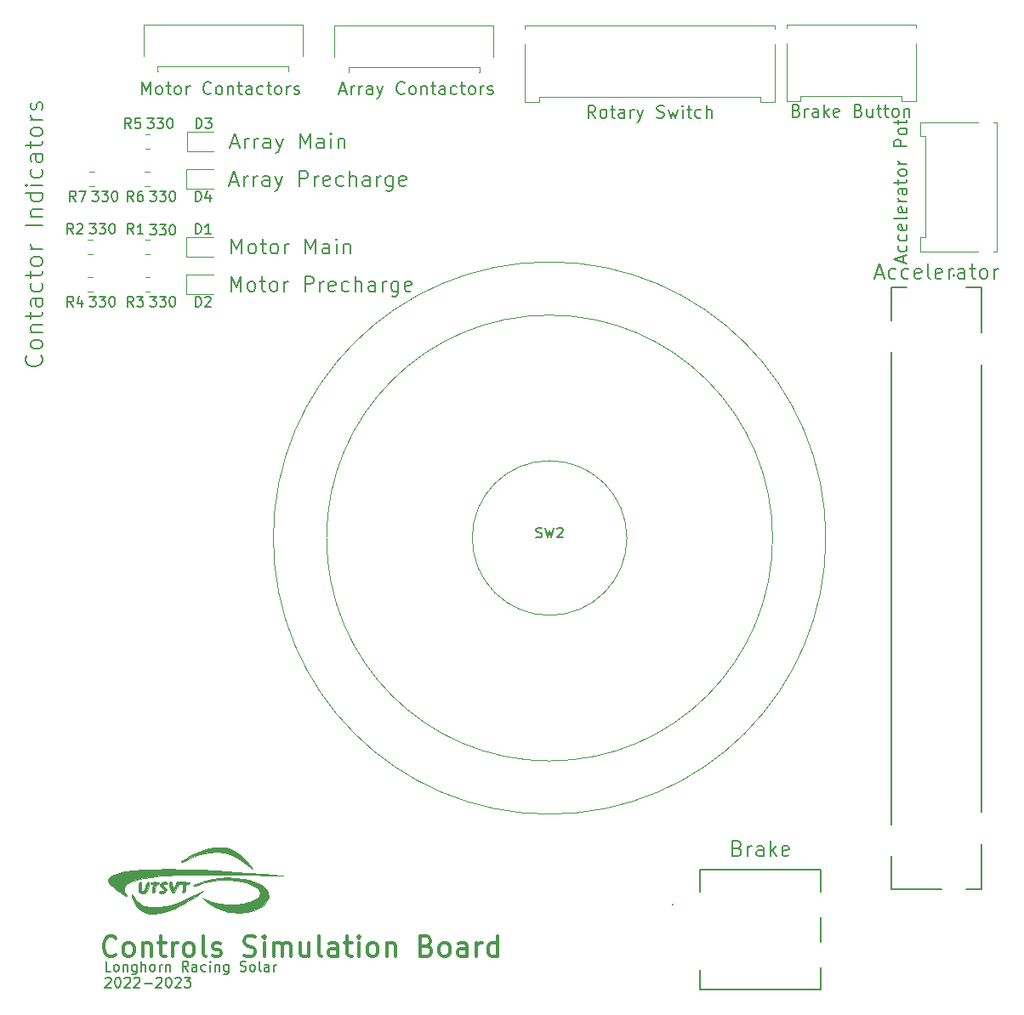
<source format=gbr>
%TF.GenerationSoftware,KiCad,Pcbnew,(6.0.7)*%
%TF.CreationDate,2023-02-04T14:26:28-06:00*%
%TF.ProjectId,ControlsSim,436f6e74-726f-46c7-9353-696d2e6b6963,rev?*%
%TF.SameCoordinates,Original*%
%TF.FileFunction,Legend,Top*%
%TF.FilePolarity,Positive*%
%FSLAX46Y46*%
G04 Gerber Fmt 4.6, Leading zero omitted, Abs format (unit mm)*
G04 Created by KiCad (PCBNEW (6.0.7)) date 2023-02-04 14:26:28*
%MOMM*%
%LPD*%
G01*
G04 APERTURE LIST*
%ADD10C,0.150000*%
%ADD11C,0.300000*%
%ADD12C,0.200000*%
%ADD13C,0.120000*%
%ADD14C,0.127000*%
%ADD15C,0.100000*%
%ADD16C,0.010000*%
G04 APERTURE END LIST*
D10*
X121750000Y-68000000D02*
X122464285Y-68000000D01*
X121607142Y-68428571D02*
X122107142Y-66928571D01*
X122607142Y-68428571D01*
X123107142Y-68428571D02*
X123107142Y-67428571D01*
X123107142Y-67714285D02*
X123178571Y-67571428D01*
X123250000Y-67500000D01*
X123392857Y-67428571D01*
X123535714Y-67428571D01*
X124035714Y-68428571D02*
X124035714Y-67428571D01*
X124035714Y-67714285D02*
X124107142Y-67571428D01*
X124178571Y-67500000D01*
X124321428Y-67428571D01*
X124464285Y-67428571D01*
X125607142Y-68428571D02*
X125607142Y-67642857D01*
X125535714Y-67500000D01*
X125392857Y-67428571D01*
X125107142Y-67428571D01*
X124964285Y-67500000D01*
X125607142Y-68357142D02*
X125464285Y-68428571D01*
X125107142Y-68428571D01*
X124964285Y-68357142D01*
X124892857Y-68214285D01*
X124892857Y-68071428D01*
X124964285Y-67928571D01*
X125107142Y-67857142D01*
X125464285Y-67857142D01*
X125607142Y-67785714D01*
X126178571Y-67428571D02*
X126535714Y-68428571D01*
X126892857Y-67428571D02*
X126535714Y-68428571D01*
X126392857Y-68785714D01*
X126321428Y-68857142D01*
X126178571Y-68928571D01*
X128607142Y-68428571D02*
X128607142Y-66928571D01*
X129178571Y-66928571D01*
X129321428Y-67000000D01*
X129392857Y-67071428D01*
X129464285Y-67214285D01*
X129464285Y-67428571D01*
X129392857Y-67571428D01*
X129321428Y-67642857D01*
X129178571Y-67714285D01*
X128607142Y-67714285D01*
X130107142Y-68428571D02*
X130107142Y-67428571D01*
X130107142Y-67714285D02*
X130178571Y-67571428D01*
X130250000Y-67500000D01*
X130392857Y-67428571D01*
X130535714Y-67428571D01*
X131607142Y-68357142D02*
X131464285Y-68428571D01*
X131178571Y-68428571D01*
X131035714Y-68357142D01*
X130964285Y-68214285D01*
X130964285Y-67642857D01*
X131035714Y-67500000D01*
X131178571Y-67428571D01*
X131464285Y-67428571D01*
X131607142Y-67500000D01*
X131678571Y-67642857D01*
X131678571Y-67785714D01*
X130964285Y-67928571D01*
X132964285Y-68357142D02*
X132821428Y-68428571D01*
X132535714Y-68428571D01*
X132392857Y-68357142D01*
X132321428Y-68285714D01*
X132250000Y-68142857D01*
X132250000Y-67714285D01*
X132321428Y-67571428D01*
X132392857Y-67500000D01*
X132535714Y-67428571D01*
X132821428Y-67428571D01*
X132964285Y-67500000D01*
X133607142Y-68428571D02*
X133607142Y-66928571D01*
X134250000Y-68428571D02*
X134250000Y-67642857D01*
X134178571Y-67500000D01*
X134035714Y-67428571D01*
X133821428Y-67428571D01*
X133678571Y-67500000D01*
X133607142Y-67571428D01*
X135607142Y-68428571D02*
X135607142Y-67642857D01*
X135535714Y-67500000D01*
X135392857Y-67428571D01*
X135107142Y-67428571D01*
X134964285Y-67500000D01*
X135607142Y-68357142D02*
X135464285Y-68428571D01*
X135107142Y-68428571D01*
X134964285Y-68357142D01*
X134892857Y-68214285D01*
X134892857Y-68071428D01*
X134964285Y-67928571D01*
X135107142Y-67857142D01*
X135464285Y-67857142D01*
X135607142Y-67785714D01*
X136321428Y-68428571D02*
X136321428Y-67428571D01*
X136321428Y-67714285D02*
X136392857Y-67571428D01*
X136464285Y-67500000D01*
X136607142Y-67428571D01*
X136750000Y-67428571D01*
X137892857Y-67428571D02*
X137892857Y-68642857D01*
X137821428Y-68785714D01*
X137750000Y-68857142D01*
X137607142Y-68928571D01*
X137392857Y-68928571D01*
X137250000Y-68857142D01*
X137892857Y-68357142D02*
X137750000Y-68428571D01*
X137464285Y-68428571D01*
X137321428Y-68357142D01*
X137250000Y-68285714D01*
X137178571Y-68142857D01*
X137178571Y-67714285D01*
X137250000Y-67571428D01*
X137321428Y-67500000D01*
X137464285Y-67428571D01*
X137750000Y-67428571D01*
X137892857Y-67500000D01*
X139178571Y-68357142D02*
X139035714Y-68428571D01*
X138750000Y-68428571D01*
X138607142Y-68357142D01*
X138535714Y-68214285D01*
X138535714Y-67642857D01*
X138607142Y-67500000D01*
X138750000Y-67428571D01*
X139035714Y-67428571D01*
X139178571Y-67500000D01*
X139250000Y-67642857D01*
X139250000Y-67785714D01*
X138535714Y-67928571D01*
X102875000Y-85333333D02*
X102958333Y-85416666D01*
X103041666Y-85666666D01*
X103041666Y-85833333D01*
X102958333Y-86083333D01*
X102791666Y-86250000D01*
X102625000Y-86333333D01*
X102291666Y-86416666D01*
X102041666Y-86416666D01*
X101708333Y-86333333D01*
X101541666Y-86250000D01*
X101375000Y-86083333D01*
X101291666Y-85833333D01*
X101291666Y-85666666D01*
X101375000Y-85416666D01*
X101458333Y-85333333D01*
X103041666Y-84333333D02*
X102958333Y-84500000D01*
X102875000Y-84583333D01*
X102708333Y-84666666D01*
X102208333Y-84666666D01*
X102041666Y-84583333D01*
X101958333Y-84500000D01*
X101875000Y-84333333D01*
X101875000Y-84083333D01*
X101958333Y-83916666D01*
X102041666Y-83833333D01*
X102208333Y-83750000D01*
X102708333Y-83750000D01*
X102875000Y-83833333D01*
X102958333Y-83916666D01*
X103041666Y-84083333D01*
X103041666Y-84333333D01*
X101875000Y-83000000D02*
X103041666Y-83000000D01*
X102041666Y-83000000D02*
X101958333Y-82916666D01*
X101875000Y-82750000D01*
X101875000Y-82500000D01*
X101958333Y-82333333D01*
X102125000Y-82250000D01*
X103041666Y-82250000D01*
X101875000Y-81666666D02*
X101875000Y-81000000D01*
X101291666Y-81416666D02*
X102791666Y-81416666D01*
X102958333Y-81333333D01*
X103041666Y-81166666D01*
X103041666Y-81000000D01*
X103041666Y-79666666D02*
X102125000Y-79666666D01*
X101958333Y-79750000D01*
X101875000Y-79916666D01*
X101875000Y-80250000D01*
X101958333Y-80416666D01*
X102958333Y-79666666D02*
X103041666Y-79833333D01*
X103041666Y-80250000D01*
X102958333Y-80416666D01*
X102791666Y-80500000D01*
X102625000Y-80500000D01*
X102458333Y-80416666D01*
X102375000Y-80250000D01*
X102375000Y-79833333D01*
X102291666Y-79666666D01*
X102958333Y-78083333D02*
X103041666Y-78250000D01*
X103041666Y-78583333D01*
X102958333Y-78750000D01*
X102875000Y-78833333D01*
X102708333Y-78916666D01*
X102208333Y-78916666D01*
X102041666Y-78833333D01*
X101958333Y-78750000D01*
X101875000Y-78583333D01*
X101875000Y-78250000D01*
X101958333Y-78083333D01*
X101875000Y-77583333D02*
X101875000Y-76916666D01*
X101291666Y-77333333D02*
X102791666Y-77333333D01*
X102958333Y-77250000D01*
X103041666Y-77083333D01*
X103041666Y-76916666D01*
X103041666Y-76083333D02*
X102958333Y-76250000D01*
X102875000Y-76333333D01*
X102708333Y-76416666D01*
X102208333Y-76416666D01*
X102041666Y-76333333D01*
X101958333Y-76250000D01*
X101875000Y-76083333D01*
X101875000Y-75833333D01*
X101958333Y-75666666D01*
X102041666Y-75583333D01*
X102208333Y-75500000D01*
X102708333Y-75500000D01*
X102875000Y-75583333D01*
X102958333Y-75666666D01*
X103041666Y-75833333D01*
X103041666Y-76083333D01*
X103041666Y-74750000D02*
X101875000Y-74750000D01*
X102208333Y-74750000D02*
X102041666Y-74666666D01*
X101958333Y-74583333D01*
X101875000Y-74416666D01*
X101875000Y-74250000D01*
X103041666Y-72333333D02*
X101291666Y-72333333D01*
X101875000Y-71500000D02*
X103041666Y-71500000D01*
X102041666Y-71500000D02*
X101958333Y-71416666D01*
X101875000Y-71250000D01*
X101875000Y-71000000D01*
X101958333Y-70833333D01*
X102125000Y-70750000D01*
X103041666Y-70750000D01*
X103041666Y-69166666D02*
X101291666Y-69166666D01*
X102958333Y-69166666D02*
X103041666Y-69333333D01*
X103041666Y-69666666D01*
X102958333Y-69833333D01*
X102875000Y-69916666D01*
X102708333Y-70000000D01*
X102208333Y-70000000D01*
X102041666Y-69916666D01*
X101958333Y-69833333D01*
X101875000Y-69666666D01*
X101875000Y-69333333D01*
X101958333Y-69166666D01*
X103041666Y-68333333D02*
X101875000Y-68333333D01*
X101291666Y-68333333D02*
X101375000Y-68416666D01*
X101458333Y-68333333D01*
X101375000Y-68250000D01*
X101291666Y-68333333D01*
X101458333Y-68333333D01*
X102958333Y-66750000D02*
X103041666Y-66916666D01*
X103041666Y-67250000D01*
X102958333Y-67416666D01*
X102875000Y-67500000D01*
X102708333Y-67583333D01*
X102208333Y-67583333D01*
X102041666Y-67500000D01*
X101958333Y-67416666D01*
X101875000Y-67250000D01*
X101875000Y-66916666D01*
X101958333Y-66750000D01*
X103041666Y-65250000D02*
X102125000Y-65250000D01*
X101958333Y-65333333D01*
X101875000Y-65500000D01*
X101875000Y-65833333D01*
X101958333Y-66000000D01*
X102958333Y-65250000D02*
X103041666Y-65416666D01*
X103041666Y-65833333D01*
X102958333Y-66000000D01*
X102791666Y-66083333D01*
X102625000Y-66083333D01*
X102458333Y-66000000D01*
X102375000Y-65833333D01*
X102375000Y-65416666D01*
X102291666Y-65250000D01*
X101875000Y-64666666D02*
X101875000Y-64000000D01*
X101291666Y-64416666D02*
X102791666Y-64416666D01*
X102958333Y-64333333D01*
X103041666Y-64166666D01*
X103041666Y-64000000D01*
X103041666Y-63166666D02*
X102958333Y-63333333D01*
X102875000Y-63416666D01*
X102708333Y-63500000D01*
X102208333Y-63500000D01*
X102041666Y-63416666D01*
X101958333Y-63333333D01*
X101875000Y-63166666D01*
X101875000Y-62916666D01*
X101958333Y-62750000D01*
X102041666Y-62666666D01*
X102208333Y-62583333D01*
X102708333Y-62583333D01*
X102875000Y-62666666D01*
X102958333Y-62750000D01*
X103041666Y-62916666D01*
X103041666Y-63166666D01*
X103041666Y-61833333D02*
X101875000Y-61833333D01*
X102208333Y-61833333D02*
X102041666Y-61750000D01*
X101958333Y-61666666D01*
X101875000Y-61500000D01*
X101875000Y-61333333D01*
X102958333Y-60833333D02*
X103041666Y-60666666D01*
X103041666Y-60333333D01*
X102958333Y-60166666D01*
X102791666Y-60083333D01*
X102708333Y-60083333D01*
X102541666Y-60166666D01*
X102458333Y-60333333D01*
X102458333Y-60583333D01*
X102375000Y-60750000D01*
X102208333Y-60833333D01*
X102125000Y-60833333D01*
X101958333Y-60750000D01*
X101875000Y-60583333D01*
X101875000Y-60333333D01*
X101958333Y-60166666D01*
X121785714Y-78928571D02*
X121785714Y-77428571D01*
X122285714Y-78500000D01*
X122785714Y-77428571D01*
X122785714Y-78928571D01*
X123714285Y-78928571D02*
X123571428Y-78857142D01*
X123500000Y-78785714D01*
X123428571Y-78642857D01*
X123428571Y-78214285D01*
X123500000Y-78071428D01*
X123571428Y-78000000D01*
X123714285Y-77928571D01*
X123928571Y-77928571D01*
X124071428Y-78000000D01*
X124142857Y-78071428D01*
X124214285Y-78214285D01*
X124214285Y-78642857D01*
X124142857Y-78785714D01*
X124071428Y-78857142D01*
X123928571Y-78928571D01*
X123714285Y-78928571D01*
X124642857Y-77928571D02*
X125214285Y-77928571D01*
X124857142Y-77428571D02*
X124857142Y-78714285D01*
X124928571Y-78857142D01*
X125071428Y-78928571D01*
X125214285Y-78928571D01*
X125928571Y-78928571D02*
X125785714Y-78857142D01*
X125714285Y-78785714D01*
X125642857Y-78642857D01*
X125642857Y-78214285D01*
X125714285Y-78071428D01*
X125785714Y-78000000D01*
X125928571Y-77928571D01*
X126142857Y-77928571D01*
X126285714Y-78000000D01*
X126357142Y-78071428D01*
X126428571Y-78214285D01*
X126428571Y-78642857D01*
X126357142Y-78785714D01*
X126285714Y-78857142D01*
X126142857Y-78928571D01*
X125928571Y-78928571D01*
X127071428Y-78928571D02*
X127071428Y-77928571D01*
X127071428Y-78214285D02*
X127142857Y-78071428D01*
X127214285Y-78000000D01*
X127357142Y-77928571D01*
X127500000Y-77928571D01*
X129142857Y-78928571D02*
X129142857Y-77428571D01*
X129714285Y-77428571D01*
X129857142Y-77500000D01*
X129928571Y-77571428D01*
X130000000Y-77714285D01*
X130000000Y-77928571D01*
X129928571Y-78071428D01*
X129857142Y-78142857D01*
X129714285Y-78214285D01*
X129142857Y-78214285D01*
X130642857Y-78928571D02*
X130642857Y-77928571D01*
X130642857Y-78214285D02*
X130714285Y-78071428D01*
X130785714Y-78000000D01*
X130928571Y-77928571D01*
X131071428Y-77928571D01*
X132142857Y-78857142D02*
X132000000Y-78928571D01*
X131714285Y-78928571D01*
X131571428Y-78857142D01*
X131500000Y-78714285D01*
X131500000Y-78142857D01*
X131571428Y-78000000D01*
X131714285Y-77928571D01*
X132000000Y-77928571D01*
X132142857Y-78000000D01*
X132214285Y-78142857D01*
X132214285Y-78285714D01*
X131500000Y-78428571D01*
X133500000Y-78857142D02*
X133357142Y-78928571D01*
X133071428Y-78928571D01*
X132928571Y-78857142D01*
X132857142Y-78785714D01*
X132785714Y-78642857D01*
X132785714Y-78214285D01*
X132857142Y-78071428D01*
X132928571Y-78000000D01*
X133071428Y-77928571D01*
X133357142Y-77928571D01*
X133500000Y-78000000D01*
X134142857Y-78928571D02*
X134142857Y-77428571D01*
X134785714Y-78928571D02*
X134785714Y-78142857D01*
X134714285Y-78000000D01*
X134571428Y-77928571D01*
X134357142Y-77928571D01*
X134214285Y-78000000D01*
X134142857Y-78071428D01*
X136142857Y-78928571D02*
X136142857Y-78142857D01*
X136071428Y-78000000D01*
X135928571Y-77928571D01*
X135642857Y-77928571D01*
X135500000Y-78000000D01*
X136142857Y-78857142D02*
X136000000Y-78928571D01*
X135642857Y-78928571D01*
X135500000Y-78857142D01*
X135428571Y-78714285D01*
X135428571Y-78571428D01*
X135500000Y-78428571D01*
X135642857Y-78357142D01*
X136000000Y-78357142D01*
X136142857Y-78285714D01*
X136857142Y-78928571D02*
X136857142Y-77928571D01*
X136857142Y-78214285D02*
X136928571Y-78071428D01*
X137000000Y-78000000D01*
X137142857Y-77928571D01*
X137285714Y-77928571D01*
X138428571Y-77928571D02*
X138428571Y-79142857D01*
X138357142Y-79285714D01*
X138285714Y-79357142D01*
X138142857Y-79428571D01*
X137928571Y-79428571D01*
X137785714Y-79357142D01*
X138428571Y-78857142D02*
X138285714Y-78928571D01*
X138000000Y-78928571D01*
X137857142Y-78857142D01*
X137785714Y-78785714D01*
X137714285Y-78642857D01*
X137714285Y-78214285D01*
X137785714Y-78071428D01*
X137857142Y-78000000D01*
X138000000Y-77928571D01*
X138285714Y-77928571D01*
X138428571Y-78000000D01*
X139714285Y-78857142D02*
X139571428Y-78928571D01*
X139285714Y-78928571D01*
X139142857Y-78857142D01*
X139071428Y-78714285D01*
X139071428Y-78142857D01*
X139142857Y-78000000D01*
X139285714Y-77928571D01*
X139571428Y-77928571D01*
X139714285Y-78000000D01*
X139785714Y-78142857D01*
X139785714Y-78285714D01*
X139071428Y-78428571D01*
X121857142Y-75178571D02*
X121857142Y-73678571D01*
X122357142Y-74750000D01*
X122857142Y-73678571D01*
X122857142Y-75178571D01*
X123785714Y-75178571D02*
X123642857Y-75107142D01*
X123571428Y-75035714D01*
X123500000Y-74892857D01*
X123500000Y-74464285D01*
X123571428Y-74321428D01*
X123642857Y-74250000D01*
X123785714Y-74178571D01*
X124000000Y-74178571D01*
X124142857Y-74250000D01*
X124214285Y-74321428D01*
X124285714Y-74464285D01*
X124285714Y-74892857D01*
X124214285Y-75035714D01*
X124142857Y-75107142D01*
X124000000Y-75178571D01*
X123785714Y-75178571D01*
X124714285Y-74178571D02*
X125285714Y-74178571D01*
X124928571Y-73678571D02*
X124928571Y-74964285D01*
X125000000Y-75107142D01*
X125142857Y-75178571D01*
X125285714Y-75178571D01*
X126000000Y-75178571D02*
X125857142Y-75107142D01*
X125785714Y-75035714D01*
X125714285Y-74892857D01*
X125714285Y-74464285D01*
X125785714Y-74321428D01*
X125857142Y-74250000D01*
X126000000Y-74178571D01*
X126214285Y-74178571D01*
X126357142Y-74250000D01*
X126428571Y-74321428D01*
X126500000Y-74464285D01*
X126500000Y-74892857D01*
X126428571Y-75035714D01*
X126357142Y-75107142D01*
X126214285Y-75178571D01*
X126000000Y-75178571D01*
X127142857Y-75178571D02*
X127142857Y-74178571D01*
X127142857Y-74464285D02*
X127214285Y-74321428D01*
X127285714Y-74250000D01*
X127428571Y-74178571D01*
X127571428Y-74178571D01*
X129214285Y-75178571D02*
X129214285Y-73678571D01*
X129714285Y-74750000D01*
X130214285Y-73678571D01*
X130214285Y-75178571D01*
X131571428Y-75178571D02*
X131571428Y-74392857D01*
X131500000Y-74250000D01*
X131357142Y-74178571D01*
X131071428Y-74178571D01*
X130928571Y-74250000D01*
X131571428Y-75107142D02*
X131428571Y-75178571D01*
X131071428Y-75178571D01*
X130928571Y-75107142D01*
X130857142Y-74964285D01*
X130857142Y-74821428D01*
X130928571Y-74678571D01*
X131071428Y-74607142D01*
X131428571Y-74607142D01*
X131571428Y-74535714D01*
X132285714Y-75178571D02*
X132285714Y-74178571D01*
X132285714Y-73678571D02*
X132214285Y-73750000D01*
X132285714Y-73821428D01*
X132357142Y-73750000D01*
X132285714Y-73678571D01*
X132285714Y-73821428D01*
X133000000Y-74178571D02*
X133000000Y-75178571D01*
X133000000Y-74321428D02*
X133071428Y-74250000D01*
X133214285Y-74178571D01*
X133428571Y-74178571D01*
X133571428Y-74250000D01*
X133642857Y-74392857D01*
X133642857Y-75178571D01*
D11*
X110321428Y-144964285D02*
X110226190Y-145059523D01*
X109940476Y-145154761D01*
X109750000Y-145154761D01*
X109464285Y-145059523D01*
X109273809Y-144869047D01*
X109178571Y-144678571D01*
X109083333Y-144297619D01*
X109083333Y-144011904D01*
X109178571Y-143630952D01*
X109273809Y-143440476D01*
X109464285Y-143250000D01*
X109750000Y-143154761D01*
X109940476Y-143154761D01*
X110226190Y-143250000D01*
X110321428Y-143345238D01*
X111464285Y-145154761D02*
X111273809Y-145059523D01*
X111178571Y-144964285D01*
X111083333Y-144773809D01*
X111083333Y-144202380D01*
X111178571Y-144011904D01*
X111273809Y-143916666D01*
X111464285Y-143821428D01*
X111750000Y-143821428D01*
X111940476Y-143916666D01*
X112035714Y-144011904D01*
X112130952Y-144202380D01*
X112130952Y-144773809D01*
X112035714Y-144964285D01*
X111940476Y-145059523D01*
X111750000Y-145154761D01*
X111464285Y-145154761D01*
X112988095Y-143821428D02*
X112988095Y-145154761D01*
X112988095Y-144011904D02*
X113083333Y-143916666D01*
X113273809Y-143821428D01*
X113559523Y-143821428D01*
X113750000Y-143916666D01*
X113845238Y-144107142D01*
X113845238Y-145154761D01*
X114511904Y-143821428D02*
X115273809Y-143821428D01*
X114797619Y-143154761D02*
X114797619Y-144869047D01*
X114892857Y-145059523D01*
X115083333Y-145154761D01*
X115273809Y-145154761D01*
X115940476Y-145154761D02*
X115940476Y-143821428D01*
X115940476Y-144202380D02*
X116035714Y-144011904D01*
X116130952Y-143916666D01*
X116321428Y-143821428D01*
X116511904Y-143821428D01*
X117464285Y-145154761D02*
X117273809Y-145059523D01*
X117178571Y-144964285D01*
X117083333Y-144773809D01*
X117083333Y-144202380D01*
X117178571Y-144011904D01*
X117273809Y-143916666D01*
X117464285Y-143821428D01*
X117750000Y-143821428D01*
X117940476Y-143916666D01*
X118035714Y-144011904D01*
X118130952Y-144202380D01*
X118130952Y-144773809D01*
X118035714Y-144964285D01*
X117940476Y-145059523D01*
X117750000Y-145154761D01*
X117464285Y-145154761D01*
X119273809Y-145154761D02*
X119083333Y-145059523D01*
X118988095Y-144869047D01*
X118988095Y-143154761D01*
X119940476Y-145059523D02*
X120130952Y-145154761D01*
X120511904Y-145154761D01*
X120702380Y-145059523D01*
X120797619Y-144869047D01*
X120797619Y-144773809D01*
X120702380Y-144583333D01*
X120511904Y-144488095D01*
X120226190Y-144488095D01*
X120035714Y-144392857D01*
X119940476Y-144202380D01*
X119940476Y-144107142D01*
X120035714Y-143916666D01*
X120226190Y-143821428D01*
X120511904Y-143821428D01*
X120702380Y-143916666D01*
X123083333Y-145059523D02*
X123369047Y-145154761D01*
X123845238Y-145154761D01*
X124035714Y-145059523D01*
X124130952Y-144964285D01*
X124226190Y-144773809D01*
X124226190Y-144583333D01*
X124130952Y-144392857D01*
X124035714Y-144297619D01*
X123845238Y-144202380D01*
X123464285Y-144107142D01*
X123273809Y-144011904D01*
X123178571Y-143916666D01*
X123083333Y-143726190D01*
X123083333Y-143535714D01*
X123178571Y-143345238D01*
X123273809Y-143250000D01*
X123464285Y-143154761D01*
X123940476Y-143154761D01*
X124226190Y-143250000D01*
X125083333Y-145154761D02*
X125083333Y-143821428D01*
X125083333Y-143154761D02*
X124988095Y-143250000D01*
X125083333Y-143345238D01*
X125178571Y-143250000D01*
X125083333Y-143154761D01*
X125083333Y-143345238D01*
X126035714Y-145154761D02*
X126035714Y-143821428D01*
X126035714Y-144011904D02*
X126130952Y-143916666D01*
X126321428Y-143821428D01*
X126607142Y-143821428D01*
X126797619Y-143916666D01*
X126892857Y-144107142D01*
X126892857Y-145154761D01*
X126892857Y-144107142D02*
X126988095Y-143916666D01*
X127178571Y-143821428D01*
X127464285Y-143821428D01*
X127654761Y-143916666D01*
X127750000Y-144107142D01*
X127750000Y-145154761D01*
X129559523Y-143821428D02*
X129559523Y-145154761D01*
X128702380Y-143821428D02*
X128702380Y-144869047D01*
X128797619Y-145059523D01*
X128988095Y-145154761D01*
X129273809Y-145154761D01*
X129464285Y-145059523D01*
X129559523Y-144964285D01*
X130797619Y-145154761D02*
X130607142Y-145059523D01*
X130511904Y-144869047D01*
X130511904Y-143154761D01*
X132416666Y-145154761D02*
X132416666Y-144107142D01*
X132321428Y-143916666D01*
X132130952Y-143821428D01*
X131750000Y-143821428D01*
X131559523Y-143916666D01*
X132416666Y-145059523D02*
X132226190Y-145154761D01*
X131750000Y-145154761D01*
X131559523Y-145059523D01*
X131464285Y-144869047D01*
X131464285Y-144678571D01*
X131559523Y-144488095D01*
X131750000Y-144392857D01*
X132226190Y-144392857D01*
X132416666Y-144297619D01*
X133083333Y-143821428D02*
X133845238Y-143821428D01*
X133369047Y-143154761D02*
X133369047Y-144869047D01*
X133464285Y-145059523D01*
X133654761Y-145154761D01*
X133845238Y-145154761D01*
X134511904Y-145154761D02*
X134511904Y-143821428D01*
X134511904Y-143154761D02*
X134416666Y-143250000D01*
X134511904Y-143345238D01*
X134607142Y-143250000D01*
X134511904Y-143154761D01*
X134511904Y-143345238D01*
X135750000Y-145154761D02*
X135559523Y-145059523D01*
X135464285Y-144964285D01*
X135369047Y-144773809D01*
X135369047Y-144202380D01*
X135464285Y-144011904D01*
X135559523Y-143916666D01*
X135750000Y-143821428D01*
X136035714Y-143821428D01*
X136226190Y-143916666D01*
X136321428Y-144011904D01*
X136416666Y-144202380D01*
X136416666Y-144773809D01*
X136321428Y-144964285D01*
X136226190Y-145059523D01*
X136035714Y-145154761D01*
X135750000Y-145154761D01*
X137273809Y-143821428D02*
X137273809Y-145154761D01*
X137273809Y-144011904D02*
X137369047Y-143916666D01*
X137559523Y-143821428D01*
X137845238Y-143821428D01*
X138035714Y-143916666D01*
X138130952Y-144107142D01*
X138130952Y-145154761D01*
X141273809Y-144107142D02*
X141559523Y-144202380D01*
X141654761Y-144297619D01*
X141750000Y-144488095D01*
X141750000Y-144773809D01*
X141654761Y-144964285D01*
X141559523Y-145059523D01*
X141369047Y-145154761D01*
X140607142Y-145154761D01*
X140607142Y-143154761D01*
X141273809Y-143154761D01*
X141464285Y-143250000D01*
X141559523Y-143345238D01*
X141654761Y-143535714D01*
X141654761Y-143726190D01*
X141559523Y-143916666D01*
X141464285Y-144011904D01*
X141273809Y-144107142D01*
X140607142Y-144107142D01*
X142892857Y-145154761D02*
X142702380Y-145059523D01*
X142607142Y-144964285D01*
X142511904Y-144773809D01*
X142511904Y-144202380D01*
X142607142Y-144011904D01*
X142702380Y-143916666D01*
X142892857Y-143821428D01*
X143178571Y-143821428D01*
X143369047Y-143916666D01*
X143464285Y-144011904D01*
X143559523Y-144202380D01*
X143559523Y-144773809D01*
X143464285Y-144964285D01*
X143369047Y-145059523D01*
X143178571Y-145154761D01*
X142892857Y-145154761D01*
X145273809Y-145154761D02*
X145273809Y-144107142D01*
X145178571Y-143916666D01*
X144988095Y-143821428D01*
X144607142Y-143821428D01*
X144416666Y-143916666D01*
X145273809Y-145059523D02*
X145083333Y-145154761D01*
X144607142Y-145154761D01*
X144416666Y-145059523D01*
X144321428Y-144869047D01*
X144321428Y-144678571D01*
X144416666Y-144488095D01*
X144607142Y-144392857D01*
X145083333Y-144392857D01*
X145273809Y-144297619D01*
X146226190Y-145154761D02*
X146226190Y-143821428D01*
X146226190Y-144202380D02*
X146321428Y-144011904D01*
X146416666Y-143916666D01*
X146607142Y-143821428D01*
X146797619Y-143821428D01*
X148321428Y-145154761D02*
X148321428Y-143154761D01*
X148321428Y-145059523D02*
X148130952Y-145154761D01*
X147750000Y-145154761D01*
X147559523Y-145059523D01*
X147464285Y-144964285D01*
X147369047Y-144773809D01*
X147369047Y-144202380D01*
X147464285Y-144011904D01*
X147559523Y-143916666D01*
X147750000Y-143821428D01*
X148130952Y-143821428D01*
X148321428Y-143916666D01*
D10*
X121821428Y-64250000D02*
X122535714Y-64250000D01*
X121678571Y-64678571D02*
X122178571Y-63178571D01*
X122678571Y-64678571D01*
X123178571Y-64678571D02*
X123178571Y-63678571D01*
X123178571Y-63964285D02*
X123250000Y-63821428D01*
X123321428Y-63750000D01*
X123464285Y-63678571D01*
X123607142Y-63678571D01*
X124107142Y-64678571D02*
X124107142Y-63678571D01*
X124107142Y-63964285D02*
X124178571Y-63821428D01*
X124250000Y-63750000D01*
X124392857Y-63678571D01*
X124535714Y-63678571D01*
X125678571Y-64678571D02*
X125678571Y-63892857D01*
X125607142Y-63750000D01*
X125464285Y-63678571D01*
X125178571Y-63678571D01*
X125035714Y-63750000D01*
X125678571Y-64607142D02*
X125535714Y-64678571D01*
X125178571Y-64678571D01*
X125035714Y-64607142D01*
X124964285Y-64464285D01*
X124964285Y-64321428D01*
X125035714Y-64178571D01*
X125178571Y-64107142D01*
X125535714Y-64107142D01*
X125678571Y-64035714D01*
X126250000Y-63678571D02*
X126607142Y-64678571D01*
X126964285Y-63678571D02*
X126607142Y-64678571D01*
X126464285Y-65035714D01*
X126392857Y-65107142D01*
X126250000Y-65178571D01*
X128678571Y-64678571D02*
X128678571Y-63178571D01*
X129178571Y-64250000D01*
X129678571Y-63178571D01*
X129678571Y-64678571D01*
X131035714Y-64678571D02*
X131035714Y-63892857D01*
X130964285Y-63750000D01*
X130821428Y-63678571D01*
X130535714Y-63678571D01*
X130392857Y-63750000D01*
X131035714Y-64607142D02*
X130892857Y-64678571D01*
X130535714Y-64678571D01*
X130392857Y-64607142D01*
X130321428Y-64464285D01*
X130321428Y-64321428D01*
X130392857Y-64178571D01*
X130535714Y-64107142D01*
X130892857Y-64107142D01*
X131035714Y-64035714D01*
X131750000Y-64678571D02*
X131750000Y-63678571D01*
X131750000Y-63178571D02*
X131678571Y-63250000D01*
X131750000Y-63321428D01*
X131821428Y-63250000D01*
X131750000Y-63178571D01*
X131750000Y-63321428D01*
X132464285Y-63678571D02*
X132464285Y-64678571D01*
X132464285Y-63821428D02*
X132535714Y-63750000D01*
X132678571Y-63678571D01*
X132892857Y-63678571D01*
X133035714Y-63750000D01*
X133107142Y-63892857D01*
X133107142Y-64678571D01*
X109811785Y-146647380D02*
X109335595Y-146647380D01*
X109335595Y-145647380D01*
X110287976Y-146647380D02*
X110192738Y-146599761D01*
X110145119Y-146552142D01*
X110097500Y-146456904D01*
X110097500Y-146171190D01*
X110145119Y-146075952D01*
X110192738Y-146028333D01*
X110287976Y-145980714D01*
X110430833Y-145980714D01*
X110526071Y-146028333D01*
X110573690Y-146075952D01*
X110621309Y-146171190D01*
X110621309Y-146456904D01*
X110573690Y-146552142D01*
X110526071Y-146599761D01*
X110430833Y-146647380D01*
X110287976Y-146647380D01*
X111049880Y-145980714D02*
X111049880Y-146647380D01*
X111049880Y-146075952D02*
X111097500Y-146028333D01*
X111192738Y-145980714D01*
X111335595Y-145980714D01*
X111430833Y-146028333D01*
X111478452Y-146123571D01*
X111478452Y-146647380D01*
X112383214Y-145980714D02*
X112383214Y-146790238D01*
X112335595Y-146885476D01*
X112287976Y-146933095D01*
X112192738Y-146980714D01*
X112049880Y-146980714D01*
X111954642Y-146933095D01*
X112383214Y-146599761D02*
X112287976Y-146647380D01*
X112097500Y-146647380D01*
X112002261Y-146599761D01*
X111954642Y-146552142D01*
X111907023Y-146456904D01*
X111907023Y-146171190D01*
X111954642Y-146075952D01*
X112002261Y-146028333D01*
X112097500Y-145980714D01*
X112287976Y-145980714D01*
X112383214Y-146028333D01*
X112859404Y-146647380D02*
X112859404Y-145647380D01*
X113287976Y-146647380D02*
X113287976Y-146123571D01*
X113240357Y-146028333D01*
X113145119Y-145980714D01*
X113002261Y-145980714D01*
X112907023Y-146028333D01*
X112859404Y-146075952D01*
X113907023Y-146647380D02*
X113811785Y-146599761D01*
X113764166Y-146552142D01*
X113716547Y-146456904D01*
X113716547Y-146171190D01*
X113764166Y-146075952D01*
X113811785Y-146028333D01*
X113907023Y-145980714D01*
X114049880Y-145980714D01*
X114145119Y-146028333D01*
X114192738Y-146075952D01*
X114240357Y-146171190D01*
X114240357Y-146456904D01*
X114192738Y-146552142D01*
X114145119Y-146599761D01*
X114049880Y-146647380D01*
X113907023Y-146647380D01*
X114668928Y-146647380D02*
X114668928Y-145980714D01*
X114668928Y-146171190D02*
X114716547Y-146075952D01*
X114764166Y-146028333D01*
X114859404Y-145980714D01*
X114954642Y-145980714D01*
X115287976Y-145980714D02*
X115287976Y-146647380D01*
X115287976Y-146075952D02*
X115335595Y-146028333D01*
X115430833Y-145980714D01*
X115573690Y-145980714D01*
X115668928Y-146028333D01*
X115716547Y-146123571D01*
X115716547Y-146647380D01*
X117526071Y-146647380D02*
X117192738Y-146171190D01*
X116954642Y-146647380D02*
X116954642Y-145647380D01*
X117335595Y-145647380D01*
X117430833Y-145695000D01*
X117478452Y-145742619D01*
X117526071Y-145837857D01*
X117526071Y-145980714D01*
X117478452Y-146075952D01*
X117430833Y-146123571D01*
X117335595Y-146171190D01*
X116954642Y-146171190D01*
X118383214Y-146647380D02*
X118383214Y-146123571D01*
X118335595Y-146028333D01*
X118240357Y-145980714D01*
X118049880Y-145980714D01*
X117954642Y-146028333D01*
X118383214Y-146599761D02*
X118287976Y-146647380D01*
X118049880Y-146647380D01*
X117954642Y-146599761D01*
X117907023Y-146504523D01*
X117907023Y-146409285D01*
X117954642Y-146314047D01*
X118049880Y-146266428D01*
X118287976Y-146266428D01*
X118383214Y-146218809D01*
X119287976Y-146599761D02*
X119192738Y-146647380D01*
X119002261Y-146647380D01*
X118907023Y-146599761D01*
X118859404Y-146552142D01*
X118811785Y-146456904D01*
X118811785Y-146171190D01*
X118859404Y-146075952D01*
X118907023Y-146028333D01*
X119002261Y-145980714D01*
X119192738Y-145980714D01*
X119287976Y-146028333D01*
X119716547Y-146647380D02*
X119716547Y-145980714D01*
X119716547Y-145647380D02*
X119668928Y-145695000D01*
X119716547Y-145742619D01*
X119764166Y-145695000D01*
X119716547Y-145647380D01*
X119716547Y-145742619D01*
X120192738Y-145980714D02*
X120192738Y-146647380D01*
X120192738Y-146075952D02*
X120240357Y-146028333D01*
X120335595Y-145980714D01*
X120478452Y-145980714D01*
X120573690Y-146028333D01*
X120621309Y-146123571D01*
X120621309Y-146647380D01*
X121526071Y-145980714D02*
X121526071Y-146790238D01*
X121478452Y-146885476D01*
X121430833Y-146933095D01*
X121335595Y-146980714D01*
X121192738Y-146980714D01*
X121097500Y-146933095D01*
X121526071Y-146599761D02*
X121430833Y-146647380D01*
X121240357Y-146647380D01*
X121145119Y-146599761D01*
X121097500Y-146552142D01*
X121049880Y-146456904D01*
X121049880Y-146171190D01*
X121097500Y-146075952D01*
X121145119Y-146028333D01*
X121240357Y-145980714D01*
X121430833Y-145980714D01*
X121526071Y-146028333D01*
X122716547Y-146599761D02*
X122859404Y-146647380D01*
X123097500Y-146647380D01*
X123192738Y-146599761D01*
X123240357Y-146552142D01*
X123287976Y-146456904D01*
X123287976Y-146361666D01*
X123240357Y-146266428D01*
X123192738Y-146218809D01*
X123097500Y-146171190D01*
X122907023Y-146123571D01*
X122811785Y-146075952D01*
X122764166Y-146028333D01*
X122716547Y-145933095D01*
X122716547Y-145837857D01*
X122764166Y-145742619D01*
X122811785Y-145695000D01*
X122907023Y-145647380D01*
X123145119Y-145647380D01*
X123287976Y-145695000D01*
X123859404Y-146647380D02*
X123764166Y-146599761D01*
X123716547Y-146552142D01*
X123668928Y-146456904D01*
X123668928Y-146171190D01*
X123716547Y-146075952D01*
X123764166Y-146028333D01*
X123859404Y-145980714D01*
X124002261Y-145980714D01*
X124097500Y-146028333D01*
X124145119Y-146075952D01*
X124192738Y-146171190D01*
X124192738Y-146456904D01*
X124145119Y-146552142D01*
X124097500Y-146599761D01*
X124002261Y-146647380D01*
X123859404Y-146647380D01*
X124764166Y-146647380D02*
X124668928Y-146599761D01*
X124621309Y-146504523D01*
X124621309Y-145647380D01*
X125573690Y-146647380D02*
X125573690Y-146123571D01*
X125526071Y-146028333D01*
X125430833Y-145980714D01*
X125240357Y-145980714D01*
X125145119Y-146028333D01*
X125573690Y-146599761D02*
X125478452Y-146647380D01*
X125240357Y-146647380D01*
X125145119Y-146599761D01*
X125097500Y-146504523D01*
X125097500Y-146409285D01*
X125145119Y-146314047D01*
X125240357Y-146266428D01*
X125478452Y-146266428D01*
X125573690Y-146218809D01*
X126049880Y-146647380D02*
X126049880Y-145980714D01*
X126049880Y-146171190D02*
X126097500Y-146075952D01*
X126145119Y-146028333D01*
X126240357Y-145980714D01*
X126335595Y-145980714D01*
X109287976Y-147352619D02*
X109335595Y-147305000D01*
X109430833Y-147257380D01*
X109668928Y-147257380D01*
X109764166Y-147305000D01*
X109811785Y-147352619D01*
X109859404Y-147447857D01*
X109859404Y-147543095D01*
X109811785Y-147685952D01*
X109240357Y-148257380D01*
X109859404Y-148257380D01*
X110478452Y-147257380D02*
X110573690Y-147257380D01*
X110668928Y-147305000D01*
X110716547Y-147352619D01*
X110764166Y-147447857D01*
X110811785Y-147638333D01*
X110811785Y-147876428D01*
X110764166Y-148066904D01*
X110716547Y-148162142D01*
X110668928Y-148209761D01*
X110573690Y-148257380D01*
X110478452Y-148257380D01*
X110383214Y-148209761D01*
X110335595Y-148162142D01*
X110287976Y-148066904D01*
X110240357Y-147876428D01*
X110240357Y-147638333D01*
X110287976Y-147447857D01*
X110335595Y-147352619D01*
X110383214Y-147305000D01*
X110478452Y-147257380D01*
X111192738Y-147352619D02*
X111240357Y-147305000D01*
X111335595Y-147257380D01*
X111573690Y-147257380D01*
X111668928Y-147305000D01*
X111716547Y-147352619D01*
X111764166Y-147447857D01*
X111764166Y-147543095D01*
X111716547Y-147685952D01*
X111145119Y-148257380D01*
X111764166Y-148257380D01*
X112145119Y-147352619D02*
X112192738Y-147305000D01*
X112287976Y-147257380D01*
X112526071Y-147257380D01*
X112621309Y-147305000D01*
X112668928Y-147352619D01*
X112716547Y-147447857D01*
X112716547Y-147543095D01*
X112668928Y-147685952D01*
X112097500Y-148257380D01*
X112716547Y-148257380D01*
X113145119Y-147876428D02*
X113907023Y-147876428D01*
X114335595Y-147352619D02*
X114383214Y-147305000D01*
X114478452Y-147257380D01*
X114716547Y-147257380D01*
X114811785Y-147305000D01*
X114859404Y-147352619D01*
X114907023Y-147447857D01*
X114907023Y-147543095D01*
X114859404Y-147685952D01*
X114287976Y-148257380D01*
X114907023Y-148257380D01*
X115526071Y-147257380D02*
X115621309Y-147257380D01*
X115716547Y-147305000D01*
X115764166Y-147352619D01*
X115811785Y-147447857D01*
X115859404Y-147638333D01*
X115859404Y-147876428D01*
X115811785Y-148066904D01*
X115764166Y-148162142D01*
X115716547Y-148209761D01*
X115621309Y-148257380D01*
X115526071Y-148257380D01*
X115430833Y-148209761D01*
X115383214Y-148162142D01*
X115335595Y-148066904D01*
X115287976Y-147876428D01*
X115287976Y-147638333D01*
X115335595Y-147447857D01*
X115383214Y-147352619D01*
X115430833Y-147305000D01*
X115526071Y-147257380D01*
X116240357Y-147352619D02*
X116287976Y-147305000D01*
X116383214Y-147257380D01*
X116621309Y-147257380D01*
X116716547Y-147305000D01*
X116764166Y-147352619D01*
X116811785Y-147447857D01*
X116811785Y-147543095D01*
X116764166Y-147685952D01*
X116192738Y-148257380D01*
X116811785Y-148257380D01*
X117145119Y-147257380D02*
X117764166Y-147257380D01*
X117430833Y-147638333D01*
X117573690Y-147638333D01*
X117668928Y-147685952D01*
X117716547Y-147733571D01*
X117764166Y-147828809D01*
X117764166Y-148066904D01*
X117716547Y-148162142D01*
X117668928Y-148209761D01*
X117573690Y-148257380D01*
X117287976Y-148257380D01*
X117192738Y-148209761D01*
X117145119Y-148162142D01*
%TO.C,R6*%
X112083333Y-69952380D02*
X111750000Y-69476190D01*
X111511904Y-69952380D02*
X111511904Y-68952380D01*
X111892857Y-68952380D01*
X111988095Y-69000000D01*
X112035714Y-69047619D01*
X112083333Y-69142857D01*
X112083333Y-69285714D01*
X112035714Y-69380952D01*
X111988095Y-69428571D01*
X111892857Y-69476190D01*
X111511904Y-69476190D01*
X112940476Y-68952380D02*
X112750000Y-68952380D01*
X112654761Y-69000000D01*
X112607142Y-69047619D01*
X112511904Y-69190476D01*
X112464285Y-69380952D01*
X112464285Y-69761904D01*
X112511904Y-69857142D01*
X112559523Y-69904761D01*
X112654761Y-69952380D01*
X112845238Y-69952380D01*
X112940476Y-69904761D01*
X112988095Y-69857142D01*
X113035714Y-69761904D01*
X113035714Y-69523809D01*
X112988095Y-69428571D01*
X112940476Y-69380952D01*
X112845238Y-69333333D01*
X112654761Y-69333333D01*
X112559523Y-69380952D01*
X112511904Y-69428571D01*
X112464285Y-69523809D01*
X113714285Y-68952380D02*
X114333333Y-68952380D01*
X114000000Y-69333333D01*
X114142857Y-69333333D01*
X114238095Y-69380952D01*
X114285714Y-69428571D01*
X114333333Y-69523809D01*
X114333333Y-69761904D01*
X114285714Y-69857142D01*
X114238095Y-69904761D01*
X114142857Y-69952380D01*
X113857142Y-69952380D01*
X113761904Y-69904761D01*
X113714285Y-69857142D01*
X114666666Y-68952380D02*
X115285714Y-68952380D01*
X114952380Y-69333333D01*
X115095238Y-69333333D01*
X115190476Y-69380952D01*
X115238095Y-69428571D01*
X115285714Y-69523809D01*
X115285714Y-69761904D01*
X115238095Y-69857142D01*
X115190476Y-69904761D01*
X115095238Y-69952380D01*
X114809523Y-69952380D01*
X114714285Y-69904761D01*
X114666666Y-69857142D01*
X115904761Y-68952380D02*
X116000000Y-68952380D01*
X116095238Y-69000000D01*
X116142857Y-69047619D01*
X116190476Y-69142857D01*
X116238095Y-69333333D01*
X116238095Y-69571428D01*
X116190476Y-69761904D01*
X116142857Y-69857142D01*
X116095238Y-69904761D01*
X116000000Y-69952380D01*
X115904761Y-69952380D01*
X115809523Y-69904761D01*
X115761904Y-69857142D01*
X115714285Y-69761904D01*
X115666666Y-69571428D01*
X115666666Y-69333333D01*
X115714285Y-69142857D01*
X115761904Y-69047619D01*
X115809523Y-69000000D01*
X115904761Y-68952380D01*
%TO.C,R3*%
X112083333Y-80452380D02*
X111750000Y-79976190D01*
X111511904Y-80452380D02*
X111511904Y-79452380D01*
X111892857Y-79452380D01*
X111988095Y-79500000D01*
X112035714Y-79547619D01*
X112083333Y-79642857D01*
X112083333Y-79785714D01*
X112035714Y-79880952D01*
X111988095Y-79928571D01*
X111892857Y-79976190D01*
X111511904Y-79976190D01*
X112416666Y-79452380D02*
X113035714Y-79452380D01*
X112702380Y-79833333D01*
X112845238Y-79833333D01*
X112940476Y-79880952D01*
X112988095Y-79928571D01*
X113035714Y-80023809D01*
X113035714Y-80261904D01*
X112988095Y-80357142D01*
X112940476Y-80404761D01*
X112845238Y-80452380D01*
X112559523Y-80452380D01*
X112464285Y-80404761D01*
X112416666Y-80357142D01*
X113714285Y-79452380D02*
X114333333Y-79452380D01*
X114000000Y-79833333D01*
X114142857Y-79833333D01*
X114238095Y-79880952D01*
X114285714Y-79928571D01*
X114333333Y-80023809D01*
X114333333Y-80261904D01*
X114285714Y-80357142D01*
X114238095Y-80404761D01*
X114142857Y-80452380D01*
X113857142Y-80452380D01*
X113761904Y-80404761D01*
X113714285Y-80357142D01*
X114666666Y-79452380D02*
X115285714Y-79452380D01*
X114952380Y-79833333D01*
X115095238Y-79833333D01*
X115190476Y-79880952D01*
X115238095Y-79928571D01*
X115285714Y-80023809D01*
X115285714Y-80261904D01*
X115238095Y-80357142D01*
X115190476Y-80404761D01*
X115095238Y-80452380D01*
X114809523Y-80452380D01*
X114714285Y-80404761D01*
X114666666Y-80357142D01*
X115904761Y-79452380D02*
X116000000Y-79452380D01*
X116095238Y-79500000D01*
X116142857Y-79547619D01*
X116190476Y-79642857D01*
X116238095Y-79833333D01*
X116238095Y-80071428D01*
X116190476Y-80261904D01*
X116142857Y-80357142D01*
X116095238Y-80404761D01*
X116000000Y-80452380D01*
X115904761Y-80452380D01*
X115809523Y-80404761D01*
X115761904Y-80357142D01*
X115714285Y-80261904D01*
X115666666Y-80071428D01*
X115666666Y-79833333D01*
X115714285Y-79642857D01*
X115761904Y-79547619D01*
X115809523Y-79500000D01*
X115904761Y-79452380D01*
%TO.C,D4*%
X118261904Y-69952380D02*
X118261904Y-68952380D01*
X118500000Y-68952380D01*
X118642857Y-69000000D01*
X118738095Y-69095238D01*
X118785714Y-69190476D01*
X118833333Y-69380952D01*
X118833333Y-69523809D01*
X118785714Y-69714285D01*
X118738095Y-69809523D01*
X118642857Y-69904761D01*
X118500000Y-69952380D01*
X118261904Y-69952380D01*
X119690476Y-69285714D02*
X119690476Y-69952380D01*
X119452380Y-68904761D02*
X119214285Y-69619047D01*
X119833333Y-69619047D01*
%TO.C,R4*%
X106083333Y-80452380D02*
X105750000Y-79976190D01*
X105511904Y-80452380D02*
X105511904Y-79452380D01*
X105892857Y-79452380D01*
X105988095Y-79500000D01*
X106035714Y-79547619D01*
X106083333Y-79642857D01*
X106083333Y-79785714D01*
X106035714Y-79880952D01*
X105988095Y-79928571D01*
X105892857Y-79976190D01*
X105511904Y-79976190D01*
X106940476Y-79785714D02*
X106940476Y-80452380D01*
X106702380Y-79404761D02*
X106464285Y-80119047D01*
X107083333Y-80119047D01*
X107714285Y-79452380D02*
X108333333Y-79452380D01*
X108000000Y-79833333D01*
X108142857Y-79833333D01*
X108238095Y-79880952D01*
X108285714Y-79928571D01*
X108333333Y-80023809D01*
X108333333Y-80261904D01*
X108285714Y-80357142D01*
X108238095Y-80404761D01*
X108142857Y-80452380D01*
X107857142Y-80452380D01*
X107761904Y-80404761D01*
X107714285Y-80357142D01*
X108666666Y-79452380D02*
X109285714Y-79452380D01*
X108952380Y-79833333D01*
X109095238Y-79833333D01*
X109190476Y-79880952D01*
X109238095Y-79928571D01*
X109285714Y-80023809D01*
X109285714Y-80261904D01*
X109238095Y-80357142D01*
X109190476Y-80404761D01*
X109095238Y-80452380D01*
X108809523Y-80452380D01*
X108714285Y-80404761D01*
X108666666Y-80357142D01*
X109904761Y-79452380D02*
X110000000Y-79452380D01*
X110095238Y-79500000D01*
X110142857Y-79547619D01*
X110190476Y-79642857D01*
X110238095Y-79833333D01*
X110238095Y-80071428D01*
X110190476Y-80261904D01*
X110142857Y-80357142D01*
X110095238Y-80404761D01*
X110000000Y-80452380D01*
X109904761Y-80452380D01*
X109809523Y-80404761D01*
X109761904Y-80357142D01*
X109714285Y-80261904D01*
X109666666Y-80071428D01*
X109666666Y-79833333D01*
X109714285Y-79642857D01*
X109761904Y-79547619D01*
X109809523Y-79500000D01*
X109904761Y-79452380D01*
%TO.C,J7*%
X158053571Y-61650476D02*
X157636904Y-61055238D01*
X157339285Y-61650476D02*
X157339285Y-60400476D01*
X157815476Y-60400476D01*
X157934523Y-60460000D01*
X157994047Y-60519523D01*
X158053571Y-60638571D01*
X158053571Y-60817142D01*
X157994047Y-60936190D01*
X157934523Y-60995714D01*
X157815476Y-61055238D01*
X157339285Y-61055238D01*
X158767857Y-61650476D02*
X158648809Y-61590952D01*
X158589285Y-61531428D01*
X158529761Y-61412380D01*
X158529761Y-61055238D01*
X158589285Y-60936190D01*
X158648809Y-60876666D01*
X158767857Y-60817142D01*
X158946428Y-60817142D01*
X159065476Y-60876666D01*
X159125000Y-60936190D01*
X159184523Y-61055238D01*
X159184523Y-61412380D01*
X159125000Y-61531428D01*
X159065476Y-61590952D01*
X158946428Y-61650476D01*
X158767857Y-61650476D01*
X159541666Y-60817142D02*
X160017857Y-60817142D01*
X159720238Y-60400476D02*
X159720238Y-61471904D01*
X159779761Y-61590952D01*
X159898809Y-61650476D01*
X160017857Y-61650476D01*
X160970238Y-61650476D02*
X160970238Y-60995714D01*
X160910714Y-60876666D01*
X160791666Y-60817142D01*
X160553571Y-60817142D01*
X160434523Y-60876666D01*
X160970238Y-61590952D02*
X160851190Y-61650476D01*
X160553571Y-61650476D01*
X160434523Y-61590952D01*
X160375000Y-61471904D01*
X160375000Y-61352857D01*
X160434523Y-61233809D01*
X160553571Y-61174285D01*
X160851190Y-61174285D01*
X160970238Y-61114761D01*
X161565476Y-61650476D02*
X161565476Y-60817142D01*
X161565476Y-61055238D02*
X161625000Y-60936190D01*
X161684523Y-60876666D01*
X161803571Y-60817142D01*
X161922619Y-60817142D01*
X162220238Y-60817142D02*
X162517857Y-61650476D01*
X162815476Y-60817142D02*
X162517857Y-61650476D01*
X162398809Y-61948095D01*
X162339285Y-62007619D01*
X162220238Y-62067142D01*
X164184523Y-61590952D02*
X164363095Y-61650476D01*
X164660714Y-61650476D01*
X164779761Y-61590952D01*
X164839285Y-61531428D01*
X164898809Y-61412380D01*
X164898809Y-61293333D01*
X164839285Y-61174285D01*
X164779761Y-61114761D01*
X164660714Y-61055238D01*
X164422619Y-60995714D01*
X164303571Y-60936190D01*
X164244047Y-60876666D01*
X164184523Y-60757619D01*
X164184523Y-60638571D01*
X164244047Y-60519523D01*
X164303571Y-60460000D01*
X164422619Y-60400476D01*
X164720238Y-60400476D01*
X164898809Y-60460000D01*
X165315476Y-60817142D02*
X165553571Y-61650476D01*
X165791666Y-61055238D01*
X166029761Y-61650476D01*
X166267857Y-60817142D01*
X166744047Y-61650476D02*
X166744047Y-60817142D01*
X166744047Y-60400476D02*
X166684523Y-60460000D01*
X166744047Y-60519523D01*
X166803571Y-60460000D01*
X166744047Y-60400476D01*
X166744047Y-60519523D01*
X167160714Y-60817142D02*
X167636904Y-60817142D01*
X167339285Y-60400476D02*
X167339285Y-61471904D01*
X167398809Y-61590952D01*
X167517857Y-61650476D01*
X167636904Y-61650476D01*
X168589285Y-61590952D02*
X168470238Y-61650476D01*
X168232142Y-61650476D01*
X168113095Y-61590952D01*
X168053571Y-61531428D01*
X167994047Y-61412380D01*
X167994047Y-61055238D01*
X168053571Y-60936190D01*
X168113095Y-60876666D01*
X168232142Y-60817142D01*
X168470238Y-60817142D01*
X168589285Y-60876666D01*
X169125000Y-61650476D02*
X169125000Y-60400476D01*
X169660714Y-61650476D02*
X169660714Y-60995714D01*
X169601190Y-60876666D01*
X169482142Y-60817142D01*
X169303571Y-60817142D01*
X169184523Y-60876666D01*
X169125000Y-60936190D01*
%TO.C,J6*%
X132630952Y-58958333D02*
X133226190Y-58958333D01*
X132511904Y-59315476D02*
X132928571Y-58065476D01*
X133345238Y-59315476D01*
X133761904Y-59315476D02*
X133761904Y-58482142D01*
X133761904Y-58720238D02*
X133821428Y-58601190D01*
X133880952Y-58541666D01*
X133999999Y-58482142D01*
X134119047Y-58482142D01*
X134535714Y-59315476D02*
X134535714Y-58482142D01*
X134535714Y-58720238D02*
X134595238Y-58601190D01*
X134654761Y-58541666D01*
X134773809Y-58482142D01*
X134892857Y-58482142D01*
X135845238Y-59315476D02*
X135845238Y-58660714D01*
X135785714Y-58541666D01*
X135666666Y-58482142D01*
X135428571Y-58482142D01*
X135309523Y-58541666D01*
X135845238Y-59255952D02*
X135726190Y-59315476D01*
X135428571Y-59315476D01*
X135309523Y-59255952D01*
X135250000Y-59136904D01*
X135250000Y-59017857D01*
X135309523Y-58898809D01*
X135428571Y-58839285D01*
X135726190Y-58839285D01*
X135845238Y-58779761D01*
X136321428Y-58482142D02*
X136619047Y-59315476D01*
X136916666Y-58482142D02*
X136619047Y-59315476D01*
X136500000Y-59613095D01*
X136440476Y-59672619D01*
X136321428Y-59732142D01*
X139059523Y-59196428D02*
X139000000Y-59255952D01*
X138821428Y-59315476D01*
X138702380Y-59315476D01*
X138523809Y-59255952D01*
X138404761Y-59136904D01*
X138345238Y-59017857D01*
X138285714Y-58779761D01*
X138285714Y-58601190D01*
X138345238Y-58363095D01*
X138404761Y-58244047D01*
X138523809Y-58125000D01*
X138702380Y-58065476D01*
X138821428Y-58065476D01*
X139000000Y-58125000D01*
X139059523Y-58184523D01*
X139773809Y-59315476D02*
X139654761Y-59255952D01*
X139595238Y-59196428D01*
X139535714Y-59077380D01*
X139535714Y-58720238D01*
X139595238Y-58601190D01*
X139654761Y-58541666D01*
X139773809Y-58482142D01*
X139952380Y-58482142D01*
X140071428Y-58541666D01*
X140130952Y-58601190D01*
X140190476Y-58720238D01*
X140190476Y-59077380D01*
X140130952Y-59196428D01*
X140071428Y-59255952D01*
X139952380Y-59315476D01*
X139773809Y-59315476D01*
X140726190Y-58482142D02*
X140726190Y-59315476D01*
X140726190Y-58601190D02*
X140785714Y-58541666D01*
X140904761Y-58482142D01*
X141083333Y-58482142D01*
X141202380Y-58541666D01*
X141261904Y-58660714D01*
X141261904Y-59315476D01*
X141678571Y-58482142D02*
X142154761Y-58482142D01*
X141857142Y-58065476D02*
X141857142Y-59136904D01*
X141916666Y-59255952D01*
X142035714Y-59315476D01*
X142154761Y-59315476D01*
X143107142Y-59315476D02*
X143107142Y-58660714D01*
X143047619Y-58541666D01*
X142928571Y-58482142D01*
X142690476Y-58482142D01*
X142571428Y-58541666D01*
X143107142Y-59255952D02*
X142988095Y-59315476D01*
X142690476Y-59315476D01*
X142571428Y-59255952D01*
X142511904Y-59136904D01*
X142511904Y-59017857D01*
X142571428Y-58898809D01*
X142690476Y-58839285D01*
X142988095Y-58839285D01*
X143107142Y-58779761D01*
X144238095Y-59255952D02*
X144119047Y-59315476D01*
X143880952Y-59315476D01*
X143761904Y-59255952D01*
X143702380Y-59196428D01*
X143642857Y-59077380D01*
X143642857Y-58720238D01*
X143702380Y-58601190D01*
X143761904Y-58541666D01*
X143880952Y-58482142D01*
X144119047Y-58482142D01*
X144238095Y-58541666D01*
X144595238Y-58482142D02*
X145071428Y-58482142D01*
X144773809Y-58065476D02*
X144773809Y-59136904D01*
X144833333Y-59255952D01*
X144952380Y-59315476D01*
X145071428Y-59315476D01*
X145666666Y-59315476D02*
X145547619Y-59255952D01*
X145488095Y-59196428D01*
X145428571Y-59077380D01*
X145428571Y-58720238D01*
X145488095Y-58601190D01*
X145547619Y-58541666D01*
X145666666Y-58482142D01*
X145845238Y-58482142D01*
X145964285Y-58541666D01*
X146023809Y-58601190D01*
X146083333Y-58720238D01*
X146083333Y-59077380D01*
X146023809Y-59196428D01*
X145964285Y-59255952D01*
X145845238Y-59315476D01*
X145666666Y-59315476D01*
X146619047Y-59315476D02*
X146619047Y-58482142D01*
X146619047Y-58720238D02*
X146678571Y-58601190D01*
X146738095Y-58541666D01*
X146857142Y-58482142D01*
X146976190Y-58482142D01*
X147333333Y-59255952D02*
X147452380Y-59315476D01*
X147690476Y-59315476D01*
X147809523Y-59255952D01*
X147869047Y-59136904D01*
X147869047Y-59077380D01*
X147809523Y-58958333D01*
X147690476Y-58898809D01*
X147511904Y-58898809D01*
X147392857Y-58839285D01*
X147333333Y-58720238D01*
X147333333Y-58660714D01*
X147392857Y-58541666D01*
X147511904Y-58482142D01*
X147690476Y-58482142D01*
X147809523Y-58541666D01*
%TO.C,D2*%
X118261904Y-80452380D02*
X118261904Y-79452380D01*
X118500000Y-79452380D01*
X118642857Y-79500000D01*
X118738095Y-79595238D01*
X118785714Y-79690476D01*
X118833333Y-79880952D01*
X118833333Y-80023809D01*
X118785714Y-80214285D01*
X118738095Y-80309523D01*
X118642857Y-80404761D01*
X118500000Y-80452380D01*
X118261904Y-80452380D01*
X119214285Y-79547619D02*
X119261904Y-79500000D01*
X119357142Y-79452380D01*
X119595238Y-79452380D01*
X119690476Y-79500000D01*
X119738095Y-79547619D01*
X119785714Y-79642857D01*
X119785714Y-79738095D01*
X119738095Y-79880952D01*
X119166666Y-80452380D01*
X119785714Y-80452380D01*
%TO.C,R2*%
X106083333Y-73202380D02*
X105750000Y-72726190D01*
X105511904Y-73202380D02*
X105511904Y-72202380D01*
X105892857Y-72202380D01*
X105988095Y-72250000D01*
X106035714Y-72297619D01*
X106083333Y-72392857D01*
X106083333Y-72535714D01*
X106035714Y-72630952D01*
X105988095Y-72678571D01*
X105892857Y-72726190D01*
X105511904Y-72726190D01*
X106464285Y-72297619D02*
X106511904Y-72250000D01*
X106607142Y-72202380D01*
X106845238Y-72202380D01*
X106940476Y-72250000D01*
X106988095Y-72297619D01*
X107035714Y-72392857D01*
X107035714Y-72488095D01*
X106988095Y-72630952D01*
X106416666Y-73202380D01*
X107035714Y-73202380D01*
X107714285Y-72202380D02*
X108333333Y-72202380D01*
X108000000Y-72583333D01*
X108142857Y-72583333D01*
X108238095Y-72630952D01*
X108285714Y-72678571D01*
X108333333Y-72773809D01*
X108333333Y-73011904D01*
X108285714Y-73107142D01*
X108238095Y-73154761D01*
X108142857Y-73202380D01*
X107857142Y-73202380D01*
X107761904Y-73154761D01*
X107714285Y-73107142D01*
X108666666Y-72202380D02*
X109285714Y-72202380D01*
X108952380Y-72583333D01*
X109095238Y-72583333D01*
X109190476Y-72630952D01*
X109238095Y-72678571D01*
X109285714Y-72773809D01*
X109285714Y-73011904D01*
X109238095Y-73107142D01*
X109190476Y-73154761D01*
X109095238Y-73202380D01*
X108809523Y-73202380D01*
X108714285Y-73154761D01*
X108666666Y-73107142D01*
X109904761Y-72202380D02*
X110000000Y-72202380D01*
X110095238Y-72250000D01*
X110142857Y-72297619D01*
X110190476Y-72392857D01*
X110238095Y-72583333D01*
X110238095Y-72821428D01*
X110190476Y-73011904D01*
X110142857Y-73107142D01*
X110095238Y-73154761D01*
X110000000Y-73202380D01*
X109904761Y-73202380D01*
X109809523Y-73154761D01*
X109761904Y-73107142D01*
X109714285Y-73011904D01*
X109666666Y-72821428D01*
X109666666Y-72583333D01*
X109714285Y-72392857D01*
X109761904Y-72297619D01*
X109809523Y-72250000D01*
X109904761Y-72202380D01*
D12*
%TO.C,RV1*%
X185964285Y-77250000D02*
X186678571Y-77250000D01*
X185821428Y-77678571D02*
X186321428Y-76178571D01*
X186821428Y-77678571D01*
X187964285Y-77607142D02*
X187821428Y-77678571D01*
X187535714Y-77678571D01*
X187392857Y-77607142D01*
X187321428Y-77535714D01*
X187250000Y-77392857D01*
X187250000Y-76964285D01*
X187321428Y-76821428D01*
X187392857Y-76750000D01*
X187535714Y-76678571D01*
X187821428Y-76678571D01*
X187964285Y-76750000D01*
X189250000Y-77607142D02*
X189107142Y-77678571D01*
X188821428Y-77678571D01*
X188678571Y-77607142D01*
X188607142Y-77535714D01*
X188535714Y-77392857D01*
X188535714Y-76964285D01*
X188607142Y-76821428D01*
X188678571Y-76750000D01*
X188821428Y-76678571D01*
X189107142Y-76678571D01*
X189250000Y-76750000D01*
X190464285Y-77607142D02*
X190321428Y-77678571D01*
X190035714Y-77678571D01*
X189892857Y-77607142D01*
X189821428Y-77464285D01*
X189821428Y-76892857D01*
X189892857Y-76750000D01*
X190035714Y-76678571D01*
X190321428Y-76678571D01*
X190464285Y-76750000D01*
X190535714Y-76892857D01*
X190535714Y-77035714D01*
X189821428Y-77178571D01*
X191392857Y-77678571D02*
X191250000Y-77607142D01*
X191178571Y-77464285D01*
X191178571Y-76178571D01*
X192535714Y-77607142D02*
X192392857Y-77678571D01*
X192107142Y-77678571D01*
X191964285Y-77607142D01*
X191892857Y-77464285D01*
X191892857Y-76892857D01*
X191964285Y-76750000D01*
X192107142Y-76678571D01*
X192392857Y-76678571D01*
X192535714Y-76750000D01*
X192607142Y-76892857D01*
X192607142Y-77035714D01*
X191892857Y-77178571D01*
X193250000Y-77678571D02*
X193250000Y-76678571D01*
X193250000Y-76964285D02*
X193321428Y-76821428D01*
X193392857Y-76750000D01*
X193535714Y-76678571D01*
X193678571Y-76678571D01*
X194821428Y-77678571D02*
X194821428Y-76892857D01*
X194750000Y-76750000D01*
X194607142Y-76678571D01*
X194321428Y-76678571D01*
X194178571Y-76750000D01*
X194821428Y-77607142D02*
X194678571Y-77678571D01*
X194321428Y-77678571D01*
X194178571Y-77607142D01*
X194107142Y-77464285D01*
X194107142Y-77321428D01*
X194178571Y-77178571D01*
X194321428Y-77107142D01*
X194678571Y-77107142D01*
X194821428Y-77035714D01*
X195321428Y-76678571D02*
X195892857Y-76678571D01*
X195535714Y-76178571D02*
X195535714Y-77464285D01*
X195607142Y-77607142D01*
X195750000Y-77678571D01*
X195892857Y-77678571D01*
X196607142Y-77678571D02*
X196464285Y-77607142D01*
X196392857Y-77535714D01*
X196321428Y-77392857D01*
X196321428Y-76964285D01*
X196392857Y-76821428D01*
X196464285Y-76750000D01*
X196607142Y-76678571D01*
X196821428Y-76678571D01*
X196964285Y-76750000D01*
X197035714Y-76821428D01*
X197107142Y-76964285D01*
X197107142Y-77392857D01*
X197035714Y-77535714D01*
X196964285Y-77607142D01*
X196821428Y-77678571D01*
X196607142Y-77678571D01*
X197750000Y-77678571D02*
X197750000Y-76678571D01*
X197750000Y-76964285D02*
X197821428Y-76821428D01*
X197892857Y-76750000D01*
X198035714Y-76678571D01*
X198178571Y-76678571D01*
D10*
%TO.C,D3*%
X118324404Y-62702380D02*
X118324404Y-61702380D01*
X118562500Y-61702380D01*
X118705357Y-61750000D01*
X118800595Y-61845238D01*
X118848214Y-61940476D01*
X118895833Y-62130952D01*
X118895833Y-62273809D01*
X118848214Y-62464285D01*
X118800595Y-62559523D01*
X118705357Y-62654761D01*
X118562500Y-62702380D01*
X118324404Y-62702380D01*
X119229166Y-61702380D02*
X119848214Y-61702380D01*
X119514880Y-62083333D01*
X119657738Y-62083333D01*
X119752976Y-62130952D01*
X119800595Y-62178571D01*
X119848214Y-62273809D01*
X119848214Y-62511904D01*
X119800595Y-62607142D01*
X119752976Y-62654761D01*
X119657738Y-62702380D01*
X119372023Y-62702380D01*
X119276785Y-62654761D01*
X119229166Y-62607142D01*
%TO.C,D1*%
X118261904Y-73202380D02*
X118261904Y-72202380D01*
X118500000Y-72202380D01*
X118642857Y-72250000D01*
X118738095Y-72345238D01*
X118785714Y-72440476D01*
X118833333Y-72630952D01*
X118833333Y-72773809D01*
X118785714Y-72964285D01*
X118738095Y-73059523D01*
X118642857Y-73154761D01*
X118500000Y-73202380D01*
X118261904Y-73202380D01*
X119785714Y-73202380D02*
X119214285Y-73202380D01*
X119500000Y-73202380D02*
X119500000Y-72202380D01*
X119404761Y-72345238D01*
X119309523Y-72440476D01*
X119214285Y-72488095D01*
%TO.C,R7*%
X106333333Y-69952380D02*
X106000000Y-69476190D01*
X105761904Y-69952380D02*
X105761904Y-68952380D01*
X106142857Y-68952380D01*
X106238095Y-69000000D01*
X106285714Y-69047619D01*
X106333333Y-69142857D01*
X106333333Y-69285714D01*
X106285714Y-69380952D01*
X106238095Y-69428571D01*
X106142857Y-69476190D01*
X105761904Y-69476190D01*
X106666666Y-68952380D02*
X107333333Y-68952380D01*
X106904761Y-69952380D01*
X107964285Y-68952380D02*
X108583333Y-68952380D01*
X108250000Y-69333333D01*
X108392857Y-69333333D01*
X108488095Y-69380952D01*
X108535714Y-69428571D01*
X108583333Y-69523809D01*
X108583333Y-69761904D01*
X108535714Y-69857142D01*
X108488095Y-69904761D01*
X108392857Y-69952380D01*
X108107142Y-69952380D01*
X108011904Y-69904761D01*
X107964285Y-69857142D01*
X108916666Y-68952380D02*
X109535714Y-68952380D01*
X109202380Y-69333333D01*
X109345238Y-69333333D01*
X109440476Y-69380952D01*
X109488095Y-69428571D01*
X109535714Y-69523809D01*
X109535714Y-69761904D01*
X109488095Y-69857142D01*
X109440476Y-69904761D01*
X109345238Y-69952380D01*
X109059523Y-69952380D01*
X108964285Y-69904761D01*
X108916666Y-69857142D01*
X110154761Y-68952380D02*
X110250000Y-68952380D01*
X110345238Y-69000000D01*
X110392857Y-69047619D01*
X110440476Y-69142857D01*
X110488095Y-69333333D01*
X110488095Y-69571428D01*
X110440476Y-69761904D01*
X110392857Y-69857142D01*
X110345238Y-69904761D01*
X110250000Y-69952380D01*
X110154761Y-69952380D01*
X110059523Y-69904761D01*
X110011904Y-69857142D01*
X109964285Y-69761904D01*
X109916666Y-69571428D01*
X109916666Y-69333333D01*
X109964285Y-69142857D01*
X110011904Y-69047619D01*
X110059523Y-69000000D01*
X110154761Y-68952380D01*
D12*
%TO.C,S1*%
X172214285Y-134392857D02*
X172428571Y-134464285D01*
X172500000Y-134535714D01*
X172571428Y-134678571D01*
X172571428Y-134892857D01*
X172500000Y-135035714D01*
X172428571Y-135107142D01*
X172285714Y-135178571D01*
X171714285Y-135178571D01*
X171714285Y-133678571D01*
X172214285Y-133678571D01*
X172357142Y-133750000D01*
X172428571Y-133821428D01*
X172500000Y-133964285D01*
X172500000Y-134107142D01*
X172428571Y-134250000D01*
X172357142Y-134321428D01*
X172214285Y-134392857D01*
X171714285Y-134392857D01*
X173214285Y-135178571D02*
X173214285Y-134178571D01*
X173214285Y-134464285D02*
X173285714Y-134321428D01*
X173357142Y-134250000D01*
X173500000Y-134178571D01*
X173642857Y-134178571D01*
X174785714Y-135178571D02*
X174785714Y-134392857D01*
X174714285Y-134250000D01*
X174571428Y-134178571D01*
X174285714Y-134178571D01*
X174142857Y-134250000D01*
X174785714Y-135107142D02*
X174642857Y-135178571D01*
X174285714Y-135178571D01*
X174142857Y-135107142D01*
X174071428Y-134964285D01*
X174071428Y-134821428D01*
X174142857Y-134678571D01*
X174285714Y-134607142D01*
X174642857Y-134607142D01*
X174785714Y-134535714D01*
X175500000Y-135178571D02*
X175500000Y-133678571D01*
X175642857Y-134607142D02*
X176071428Y-135178571D01*
X176071428Y-134178571D02*
X175500000Y-134750000D01*
X177285714Y-135107142D02*
X177142857Y-135178571D01*
X176857142Y-135178571D01*
X176714285Y-135107142D01*
X176642857Y-134964285D01*
X176642857Y-134392857D01*
X176714285Y-134250000D01*
X176857142Y-134178571D01*
X177142857Y-134178571D01*
X177285714Y-134250000D01*
X177357142Y-134392857D01*
X177357142Y-134535714D01*
X176642857Y-134678571D01*
D10*
%TO.C,J3*%
X178083333Y-60910714D02*
X178261904Y-60970238D01*
X178321428Y-61029761D01*
X178380952Y-61148809D01*
X178380952Y-61327380D01*
X178321428Y-61446428D01*
X178261904Y-61505952D01*
X178142857Y-61565476D01*
X177666666Y-61565476D01*
X177666666Y-60315476D01*
X178083333Y-60315476D01*
X178202380Y-60375000D01*
X178261904Y-60434523D01*
X178321428Y-60553571D01*
X178321428Y-60672619D01*
X178261904Y-60791666D01*
X178202380Y-60851190D01*
X178083333Y-60910714D01*
X177666666Y-60910714D01*
X178916666Y-61565476D02*
X178916666Y-60732142D01*
X178916666Y-60970238D02*
X178976190Y-60851190D01*
X179035714Y-60791666D01*
X179154761Y-60732142D01*
X179273809Y-60732142D01*
X180226190Y-61565476D02*
X180226190Y-60910714D01*
X180166666Y-60791666D01*
X180047619Y-60732142D01*
X179809523Y-60732142D01*
X179690476Y-60791666D01*
X180226190Y-61505952D02*
X180107142Y-61565476D01*
X179809523Y-61565476D01*
X179690476Y-61505952D01*
X179630952Y-61386904D01*
X179630952Y-61267857D01*
X179690476Y-61148809D01*
X179809523Y-61089285D01*
X180107142Y-61089285D01*
X180226190Y-61029761D01*
X180821428Y-61565476D02*
X180821428Y-60315476D01*
X180940476Y-61089285D02*
X181297619Y-61565476D01*
X181297619Y-60732142D02*
X180821428Y-61208333D01*
X182309523Y-61505952D02*
X182190476Y-61565476D01*
X181952380Y-61565476D01*
X181833333Y-61505952D01*
X181773809Y-61386904D01*
X181773809Y-60910714D01*
X181833333Y-60791666D01*
X181952380Y-60732142D01*
X182190476Y-60732142D01*
X182309523Y-60791666D01*
X182369047Y-60910714D01*
X182369047Y-61029761D01*
X181773809Y-61148809D01*
X184273809Y-60910714D02*
X184452380Y-60970238D01*
X184511904Y-61029761D01*
X184571428Y-61148809D01*
X184571428Y-61327380D01*
X184511904Y-61446428D01*
X184452380Y-61505952D01*
X184333333Y-61565476D01*
X183857142Y-61565476D01*
X183857142Y-60315476D01*
X184273809Y-60315476D01*
X184392857Y-60375000D01*
X184452380Y-60434523D01*
X184511904Y-60553571D01*
X184511904Y-60672619D01*
X184452380Y-60791666D01*
X184392857Y-60851190D01*
X184273809Y-60910714D01*
X183857142Y-60910714D01*
X185642857Y-60732142D02*
X185642857Y-61565476D01*
X185107142Y-60732142D02*
X185107142Y-61386904D01*
X185166666Y-61505952D01*
X185285714Y-61565476D01*
X185464285Y-61565476D01*
X185583333Y-61505952D01*
X185642857Y-61446428D01*
X186059523Y-60732142D02*
X186535714Y-60732142D01*
X186238095Y-60315476D02*
X186238095Y-61386904D01*
X186297619Y-61505952D01*
X186416666Y-61565476D01*
X186535714Y-61565476D01*
X186773809Y-60732142D02*
X187250000Y-60732142D01*
X186952380Y-60315476D02*
X186952380Y-61386904D01*
X187011904Y-61505952D01*
X187130952Y-61565476D01*
X187250000Y-61565476D01*
X187845238Y-61565476D02*
X187726190Y-61505952D01*
X187666666Y-61446428D01*
X187607142Y-61327380D01*
X187607142Y-60970238D01*
X187666666Y-60851190D01*
X187726190Y-60791666D01*
X187845238Y-60732142D01*
X188023809Y-60732142D01*
X188142857Y-60791666D01*
X188202380Y-60851190D01*
X188261904Y-60970238D01*
X188261904Y-61327380D01*
X188202380Y-61446428D01*
X188142857Y-61505952D01*
X188023809Y-61565476D01*
X187845238Y-61565476D01*
X188797619Y-60732142D02*
X188797619Y-61565476D01*
X188797619Y-60851190D02*
X188857142Y-60791666D01*
X188976190Y-60732142D01*
X189154761Y-60732142D01*
X189273809Y-60791666D01*
X189333333Y-60910714D01*
X189333333Y-61565476D01*
%TO.C,SW2*%
X152166666Y-103404761D02*
X152309523Y-103452380D01*
X152547619Y-103452380D01*
X152642857Y-103404761D01*
X152690476Y-103357142D01*
X152738095Y-103261904D01*
X152738095Y-103166666D01*
X152690476Y-103071428D01*
X152642857Y-103023809D01*
X152547619Y-102976190D01*
X152357142Y-102928571D01*
X152261904Y-102880952D01*
X152214285Y-102833333D01*
X152166666Y-102738095D01*
X152166666Y-102642857D01*
X152214285Y-102547619D01*
X152261904Y-102500000D01*
X152357142Y-102452380D01*
X152595238Y-102452380D01*
X152738095Y-102500000D01*
X153071428Y-102452380D02*
X153309523Y-103452380D01*
X153500000Y-102738095D01*
X153690476Y-103452380D01*
X153928571Y-102452380D01*
X154261904Y-102547619D02*
X154309523Y-102500000D01*
X154404761Y-102452380D01*
X154642857Y-102452380D01*
X154738095Y-102500000D01*
X154785714Y-102547619D01*
X154833333Y-102642857D01*
X154833333Y-102738095D01*
X154785714Y-102880952D01*
X154214285Y-103452380D01*
X154833333Y-103452380D01*
%TO.C,J2*%
X188708333Y-76053571D02*
X188708333Y-75458333D01*
X189065476Y-76172619D02*
X187815476Y-75755952D01*
X189065476Y-75339285D01*
X189005952Y-74386904D02*
X189065476Y-74505952D01*
X189065476Y-74744047D01*
X189005952Y-74863095D01*
X188946428Y-74922619D01*
X188827380Y-74982142D01*
X188470238Y-74982142D01*
X188351190Y-74922619D01*
X188291666Y-74863095D01*
X188232142Y-74744047D01*
X188232142Y-74505952D01*
X188291666Y-74386904D01*
X189005952Y-73315476D02*
X189065476Y-73434523D01*
X189065476Y-73672619D01*
X189005952Y-73791666D01*
X188946428Y-73851190D01*
X188827380Y-73910714D01*
X188470238Y-73910714D01*
X188351190Y-73851190D01*
X188291666Y-73791666D01*
X188232142Y-73672619D01*
X188232142Y-73434523D01*
X188291666Y-73315476D01*
X189005952Y-72303571D02*
X189065476Y-72422619D01*
X189065476Y-72660714D01*
X189005952Y-72779761D01*
X188886904Y-72839285D01*
X188410714Y-72839285D01*
X188291666Y-72779761D01*
X188232142Y-72660714D01*
X188232142Y-72422619D01*
X188291666Y-72303571D01*
X188410714Y-72244047D01*
X188529761Y-72244047D01*
X188648809Y-72839285D01*
X189065476Y-71529761D02*
X189005952Y-71648809D01*
X188886904Y-71708333D01*
X187815476Y-71708333D01*
X189005952Y-70577380D02*
X189065476Y-70696428D01*
X189065476Y-70934523D01*
X189005952Y-71053571D01*
X188886904Y-71113095D01*
X188410714Y-71113095D01*
X188291666Y-71053571D01*
X188232142Y-70934523D01*
X188232142Y-70696428D01*
X188291666Y-70577380D01*
X188410714Y-70517857D01*
X188529761Y-70517857D01*
X188648809Y-71113095D01*
X189065476Y-69982142D02*
X188232142Y-69982142D01*
X188470238Y-69982142D02*
X188351190Y-69922619D01*
X188291666Y-69863095D01*
X188232142Y-69744047D01*
X188232142Y-69625000D01*
X189065476Y-68672619D02*
X188410714Y-68672619D01*
X188291666Y-68732142D01*
X188232142Y-68851190D01*
X188232142Y-69089285D01*
X188291666Y-69208333D01*
X189005952Y-68672619D02*
X189065476Y-68791666D01*
X189065476Y-69089285D01*
X189005952Y-69208333D01*
X188886904Y-69267857D01*
X188767857Y-69267857D01*
X188648809Y-69208333D01*
X188589285Y-69089285D01*
X188589285Y-68791666D01*
X188529761Y-68672619D01*
X188232142Y-68255952D02*
X188232142Y-67779761D01*
X187815476Y-68077380D02*
X188886904Y-68077380D01*
X189005952Y-68017857D01*
X189065476Y-67898809D01*
X189065476Y-67779761D01*
X189065476Y-67184523D02*
X189005952Y-67303571D01*
X188946428Y-67363095D01*
X188827380Y-67422619D01*
X188470238Y-67422619D01*
X188351190Y-67363095D01*
X188291666Y-67303571D01*
X188232142Y-67184523D01*
X188232142Y-67005952D01*
X188291666Y-66886904D01*
X188351190Y-66827380D01*
X188470238Y-66767857D01*
X188827380Y-66767857D01*
X188946428Y-66827380D01*
X189005952Y-66886904D01*
X189065476Y-67005952D01*
X189065476Y-67184523D01*
X189065476Y-66232142D02*
X188232142Y-66232142D01*
X188470238Y-66232142D02*
X188351190Y-66172619D01*
X188291666Y-66113095D01*
X188232142Y-65994047D01*
X188232142Y-65875000D01*
X189065476Y-64505952D02*
X187815476Y-64505952D01*
X187815476Y-64029761D01*
X187875000Y-63910714D01*
X187934523Y-63851190D01*
X188053571Y-63791666D01*
X188232142Y-63791666D01*
X188351190Y-63851190D01*
X188410714Y-63910714D01*
X188470238Y-64029761D01*
X188470238Y-64505952D01*
X189065476Y-63077380D02*
X189005952Y-63196428D01*
X188946428Y-63255952D01*
X188827380Y-63315476D01*
X188470238Y-63315476D01*
X188351190Y-63255952D01*
X188291666Y-63196428D01*
X188232142Y-63077380D01*
X188232142Y-62898809D01*
X188291666Y-62779761D01*
X188351190Y-62720238D01*
X188470238Y-62660714D01*
X188827380Y-62660714D01*
X188946428Y-62720238D01*
X189005952Y-62779761D01*
X189065476Y-62898809D01*
X189065476Y-63077380D01*
X188232142Y-62303571D02*
X188232142Y-61827380D01*
X187815476Y-62125000D02*
X188886904Y-62125000D01*
X189005952Y-62065476D01*
X189065476Y-61946428D01*
X189065476Y-61827380D01*
%TO.C,R1*%
X112083333Y-73202380D02*
X111750000Y-72726190D01*
X111511904Y-73202380D02*
X111511904Y-72202380D01*
X111892857Y-72202380D01*
X111988095Y-72250000D01*
X112035714Y-72297619D01*
X112083333Y-72392857D01*
X112083333Y-72535714D01*
X112035714Y-72630952D01*
X111988095Y-72678571D01*
X111892857Y-72726190D01*
X111511904Y-72726190D01*
X113035714Y-73202380D02*
X112464285Y-73202380D01*
X112750000Y-73202380D02*
X112750000Y-72202380D01*
X112654761Y-72345238D01*
X112559523Y-72440476D01*
X112464285Y-72488095D01*
X113714285Y-72302380D02*
X114333333Y-72302380D01*
X114000000Y-72683333D01*
X114142857Y-72683333D01*
X114238095Y-72730952D01*
X114285714Y-72778571D01*
X114333333Y-72873809D01*
X114333333Y-73111904D01*
X114285714Y-73207142D01*
X114238095Y-73254761D01*
X114142857Y-73302380D01*
X113857142Y-73302380D01*
X113761904Y-73254761D01*
X113714285Y-73207142D01*
X114666666Y-72302380D02*
X115285714Y-72302380D01*
X114952380Y-72683333D01*
X115095238Y-72683333D01*
X115190476Y-72730952D01*
X115238095Y-72778571D01*
X115285714Y-72873809D01*
X115285714Y-73111904D01*
X115238095Y-73207142D01*
X115190476Y-73254761D01*
X115095238Y-73302380D01*
X114809523Y-73302380D01*
X114714285Y-73254761D01*
X114666666Y-73207142D01*
X115904761Y-72302380D02*
X116000000Y-72302380D01*
X116095238Y-72350000D01*
X116142857Y-72397619D01*
X116190476Y-72492857D01*
X116238095Y-72683333D01*
X116238095Y-72921428D01*
X116190476Y-73111904D01*
X116142857Y-73207142D01*
X116095238Y-73254761D01*
X116000000Y-73302380D01*
X115904761Y-73302380D01*
X115809523Y-73254761D01*
X115761904Y-73207142D01*
X115714285Y-73111904D01*
X115666666Y-72921428D01*
X115666666Y-72683333D01*
X115714285Y-72492857D01*
X115761904Y-72397619D01*
X115809523Y-72350000D01*
X115904761Y-72302380D01*
%TO.C,J5*%
X112952380Y-59315476D02*
X112952380Y-58065476D01*
X113369047Y-58958333D01*
X113785714Y-58065476D01*
X113785714Y-59315476D01*
X114559523Y-59315476D02*
X114440476Y-59255952D01*
X114380952Y-59196428D01*
X114321428Y-59077380D01*
X114321428Y-58720238D01*
X114380952Y-58601190D01*
X114440476Y-58541666D01*
X114559523Y-58482142D01*
X114738095Y-58482142D01*
X114857142Y-58541666D01*
X114916666Y-58601190D01*
X114976190Y-58720238D01*
X114976190Y-59077380D01*
X114916666Y-59196428D01*
X114857142Y-59255952D01*
X114738095Y-59315476D01*
X114559523Y-59315476D01*
X115333333Y-58482142D02*
X115809523Y-58482142D01*
X115511904Y-58065476D02*
X115511904Y-59136904D01*
X115571428Y-59255952D01*
X115690476Y-59315476D01*
X115809523Y-59315476D01*
X116404761Y-59315476D02*
X116285714Y-59255952D01*
X116226190Y-59196428D01*
X116166666Y-59077380D01*
X116166666Y-58720238D01*
X116226190Y-58601190D01*
X116285714Y-58541666D01*
X116404761Y-58482142D01*
X116583333Y-58482142D01*
X116702380Y-58541666D01*
X116761904Y-58601190D01*
X116821428Y-58720238D01*
X116821428Y-59077380D01*
X116761904Y-59196428D01*
X116702380Y-59255952D01*
X116583333Y-59315476D01*
X116404761Y-59315476D01*
X117357142Y-59315476D02*
X117357142Y-58482142D01*
X117357142Y-58720238D02*
X117416666Y-58601190D01*
X117476190Y-58541666D01*
X117595238Y-58482142D01*
X117714285Y-58482142D01*
X119797619Y-59196428D02*
X119738095Y-59255952D01*
X119559523Y-59315476D01*
X119440476Y-59315476D01*
X119261904Y-59255952D01*
X119142857Y-59136904D01*
X119083333Y-59017857D01*
X119023809Y-58779761D01*
X119023809Y-58601190D01*
X119083333Y-58363095D01*
X119142857Y-58244047D01*
X119261904Y-58125000D01*
X119440476Y-58065476D01*
X119559523Y-58065476D01*
X119738095Y-58125000D01*
X119797619Y-58184523D01*
X120511904Y-59315476D02*
X120392857Y-59255952D01*
X120333333Y-59196428D01*
X120273809Y-59077380D01*
X120273809Y-58720238D01*
X120333333Y-58601190D01*
X120392857Y-58541666D01*
X120511904Y-58482142D01*
X120690476Y-58482142D01*
X120809523Y-58541666D01*
X120869047Y-58601190D01*
X120928571Y-58720238D01*
X120928571Y-59077380D01*
X120869047Y-59196428D01*
X120809523Y-59255952D01*
X120690476Y-59315476D01*
X120511904Y-59315476D01*
X121464285Y-58482142D02*
X121464285Y-59315476D01*
X121464285Y-58601190D02*
X121523809Y-58541666D01*
X121642857Y-58482142D01*
X121821428Y-58482142D01*
X121940476Y-58541666D01*
X122000000Y-58660714D01*
X122000000Y-59315476D01*
X122416666Y-58482142D02*
X122892857Y-58482142D01*
X122595238Y-58065476D02*
X122595238Y-59136904D01*
X122654761Y-59255952D01*
X122773809Y-59315476D01*
X122892857Y-59315476D01*
X123845238Y-59315476D02*
X123845238Y-58660714D01*
X123785714Y-58541666D01*
X123666666Y-58482142D01*
X123428571Y-58482142D01*
X123309523Y-58541666D01*
X123845238Y-59255952D02*
X123726190Y-59315476D01*
X123428571Y-59315476D01*
X123309523Y-59255952D01*
X123250000Y-59136904D01*
X123250000Y-59017857D01*
X123309523Y-58898809D01*
X123428571Y-58839285D01*
X123726190Y-58839285D01*
X123845238Y-58779761D01*
X124976190Y-59255952D02*
X124857142Y-59315476D01*
X124619047Y-59315476D01*
X124500000Y-59255952D01*
X124440476Y-59196428D01*
X124380952Y-59077380D01*
X124380952Y-58720238D01*
X124440476Y-58601190D01*
X124500000Y-58541666D01*
X124619047Y-58482142D01*
X124857142Y-58482142D01*
X124976190Y-58541666D01*
X125333333Y-58482142D02*
X125809523Y-58482142D01*
X125511904Y-58065476D02*
X125511904Y-59136904D01*
X125571428Y-59255952D01*
X125690476Y-59315476D01*
X125809523Y-59315476D01*
X126404761Y-59315476D02*
X126285714Y-59255952D01*
X126226190Y-59196428D01*
X126166666Y-59077380D01*
X126166666Y-58720238D01*
X126226190Y-58601190D01*
X126285714Y-58541666D01*
X126404761Y-58482142D01*
X126583333Y-58482142D01*
X126702380Y-58541666D01*
X126761904Y-58601190D01*
X126821428Y-58720238D01*
X126821428Y-59077380D01*
X126761904Y-59196428D01*
X126702380Y-59255952D01*
X126583333Y-59315476D01*
X126404761Y-59315476D01*
X127357142Y-59315476D02*
X127357142Y-58482142D01*
X127357142Y-58720238D02*
X127416666Y-58601190D01*
X127476190Y-58541666D01*
X127595238Y-58482142D01*
X127714285Y-58482142D01*
X128071428Y-59255952D02*
X128190476Y-59315476D01*
X128428571Y-59315476D01*
X128547619Y-59255952D01*
X128607142Y-59136904D01*
X128607142Y-59077380D01*
X128547619Y-58958333D01*
X128428571Y-58898809D01*
X128250000Y-58898809D01*
X128130952Y-58839285D01*
X128071428Y-58720238D01*
X128071428Y-58660714D01*
X128130952Y-58541666D01*
X128250000Y-58482142D01*
X128428571Y-58482142D01*
X128547619Y-58541666D01*
%TO.C,R5*%
X111833333Y-62702380D02*
X111500000Y-62226190D01*
X111261904Y-62702380D02*
X111261904Y-61702380D01*
X111642857Y-61702380D01*
X111738095Y-61750000D01*
X111785714Y-61797619D01*
X111833333Y-61892857D01*
X111833333Y-62035714D01*
X111785714Y-62130952D01*
X111738095Y-62178571D01*
X111642857Y-62226190D01*
X111261904Y-62226190D01*
X112738095Y-61702380D02*
X112261904Y-61702380D01*
X112214285Y-62178571D01*
X112261904Y-62130952D01*
X112357142Y-62083333D01*
X112595238Y-62083333D01*
X112690476Y-62130952D01*
X112738095Y-62178571D01*
X112785714Y-62273809D01*
X112785714Y-62511904D01*
X112738095Y-62607142D01*
X112690476Y-62654761D01*
X112595238Y-62702380D01*
X112357142Y-62702380D01*
X112261904Y-62654761D01*
X112214285Y-62607142D01*
X113464285Y-61702380D02*
X114083333Y-61702380D01*
X113750000Y-62083333D01*
X113892857Y-62083333D01*
X113988095Y-62130952D01*
X114035714Y-62178571D01*
X114083333Y-62273809D01*
X114083333Y-62511904D01*
X114035714Y-62607142D01*
X113988095Y-62654761D01*
X113892857Y-62702380D01*
X113607142Y-62702380D01*
X113511904Y-62654761D01*
X113464285Y-62607142D01*
X114416666Y-61702380D02*
X115035714Y-61702380D01*
X114702380Y-62083333D01*
X114845238Y-62083333D01*
X114940476Y-62130952D01*
X114988095Y-62178571D01*
X115035714Y-62273809D01*
X115035714Y-62511904D01*
X114988095Y-62607142D01*
X114940476Y-62654761D01*
X114845238Y-62702380D01*
X114559523Y-62702380D01*
X114464285Y-62654761D01*
X114416666Y-62607142D01*
X115654761Y-61702380D02*
X115750000Y-61702380D01*
X115845238Y-61750000D01*
X115892857Y-61797619D01*
X115940476Y-61892857D01*
X115988095Y-62083333D01*
X115988095Y-62321428D01*
X115940476Y-62511904D01*
X115892857Y-62607142D01*
X115845238Y-62654761D01*
X115750000Y-62702380D01*
X115654761Y-62702380D01*
X115559523Y-62654761D01*
X115511904Y-62607142D01*
X115464285Y-62511904D01*
X115416666Y-62321428D01*
X115416666Y-62083333D01*
X115464285Y-61892857D01*
X115511904Y-61797619D01*
X115559523Y-61750000D01*
X115654761Y-61702380D01*
D13*
%TO.C,R6*%
X113664564Y-67015000D02*
X113210436Y-67015000D01*
X113664564Y-68485000D02*
X113210436Y-68485000D01*
%TO.C,R3*%
X113272936Y-77515000D02*
X113727064Y-77515000D01*
X113272936Y-78985000D02*
X113727064Y-78985000D01*
%TO.C,D4*%
X117315000Y-68710000D02*
X120000000Y-68710000D01*
X117315000Y-66790000D02*
X117315000Y-68710000D01*
X120000000Y-66790000D02*
X117315000Y-66790000D01*
%TO.C,R4*%
X107522936Y-77515000D02*
X107977064Y-77515000D01*
X107522936Y-78985000D02*
X107977064Y-78985000D01*
%TO.C,J7*%
X151065000Y-60080000D02*
X151065000Y-54320000D01*
X175935000Y-60080000D02*
X174515000Y-60080000D01*
X175935000Y-54320000D02*
X175935000Y-60080000D01*
X152485000Y-59580000D02*
X152485000Y-60080000D01*
X175935000Y-52490000D02*
X151065000Y-52490000D01*
X174515000Y-60080000D02*
X174515000Y-59580000D01*
X174515000Y-59580000D02*
X152485000Y-59580000D01*
X175935000Y-52800000D02*
X175935000Y-52490000D01*
X151065000Y-52490000D02*
X151065000Y-52800000D01*
X152485000Y-60080000D02*
X151065000Y-60080000D01*
%TO.C,J6*%
X133485000Y-56580000D02*
X133485000Y-57080000D01*
X147935000Y-52490000D02*
X132065000Y-52490000D01*
X147935000Y-55565000D02*
X147935000Y-52490000D01*
X146515000Y-57080000D02*
X146515000Y-56580000D01*
X133485000Y-57080000D02*
X133505000Y-57080000D01*
X132065000Y-52490000D02*
X132065000Y-55565000D01*
X146515000Y-56580000D02*
X133485000Y-56580000D01*
X146495000Y-57080000D02*
X146515000Y-57080000D01*
%TO.C,D2*%
X120000000Y-77290000D02*
X117315000Y-77290000D01*
X117315000Y-77290000D02*
X117315000Y-79210000D01*
X117315000Y-79210000D02*
X120000000Y-79210000D01*
%TO.C,R2*%
X107977064Y-73765000D02*
X107522936Y-73765000D01*
X107977064Y-75235000D02*
X107522936Y-75235000D01*
D14*
%TO.C,RV1*%
X196500000Y-86195000D02*
X196500000Y-130805000D01*
X187500000Y-138500000D02*
X192530000Y-138500000D01*
X187500000Y-78500000D02*
X189030000Y-78500000D01*
X196500000Y-78500000D02*
X196500000Y-83005000D01*
X187500000Y-135195000D02*
X187500000Y-138500000D01*
X196500000Y-78500000D02*
X194970000Y-78500000D01*
X196500000Y-133995000D02*
X196500000Y-138500000D01*
X187500000Y-84995000D02*
X187500000Y-132005000D01*
X187500000Y-78500000D02*
X187500000Y-81805000D01*
X196500000Y-138500000D02*
X194970000Y-138500000D01*
D12*
X193850000Y-77350000D02*
G75*
G03*
X193850000Y-77350000I-100000J0D01*
G01*
D13*
%TO.C,D3*%
X117377500Y-64960000D02*
X120062500Y-64960000D01*
X117377500Y-63040000D02*
X117377500Y-64960000D01*
X120062500Y-63040000D02*
X117377500Y-63040000D01*
%TO.C,D1*%
X120000000Y-73540000D02*
X117315000Y-73540000D01*
X117315000Y-73540000D02*
X117315000Y-75460000D01*
X117315000Y-75460000D02*
X120000000Y-75460000D01*
%TO.C,R7*%
X108164564Y-67015000D02*
X107710436Y-67015000D01*
X108164564Y-68485000D02*
X107710436Y-68485000D01*
D12*
%TO.C,S1*%
X168500000Y-136500000D02*
X168500000Y-138700000D01*
X168500000Y-148500000D02*
X180500000Y-148500000D01*
X180500000Y-143700000D02*
X180500000Y-141300000D01*
X180500000Y-136500000D02*
X168500000Y-136500000D01*
D15*
X165700000Y-140000000D02*
X165700000Y-140000000D01*
D12*
X180500000Y-138700000D02*
X180500000Y-136500000D01*
X180500000Y-148500000D02*
X180500000Y-146300000D01*
X168500000Y-146500000D02*
X168500000Y-148500000D01*
D15*
X165800000Y-140000000D02*
X165800000Y-140000000D01*
X165800000Y-140000000D02*
G75*
G03*
X165700000Y-140000000I-50000J0D01*
G01*
X165700000Y-140000000D02*
G75*
G03*
X165800000Y-140000000I50000J0D01*
G01*
D13*
%TO.C,J3*%
X188515000Y-59995000D02*
X188515000Y-59495000D01*
X177065000Y-52405000D02*
X177065000Y-52715000D01*
X178485000Y-59495000D02*
X178485000Y-59995000D01*
X189935000Y-52405000D02*
X177065000Y-52405000D01*
X189935000Y-54235000D02*
X189935000Y-59995000D01*
X188515000Y-59495000D02*
X178485000Y-59495000D01*
X189935000Y-52715000D02*
X189935000Y-52405000D01*
X178485000Y-59995000D02*
X177065000Y-59995000D01*
X177065000Y-59995000D02*
X177065000Y-54235000D01*
X189935000Y-59995000D02*
X188515000Y-59995000D01*
%TO.C,SW2*%
X161200000Y-103500000D02*
G75*
G03*
X161200000Y-103500000I-7700000J0D01*
G01*
X181000000Y-103500000D02*
G75*
G03*
X181000000Y-103500000I-27500000J0D01*
G01*
X175700000Y-103500000D02*
G75*
G03*
X175700000Y-103500000I-22200000J0D01*
G01*
%TO.C,J2*%
X190920000Y-73515000D02*
X190920000Y-63485000D01*
X198010000Y-62065000D02*
X197700000Y-62065000D01*
X190420000Y-74935000D02*
X190420000Y-73515000D01*
X190920000Y-63485000D02*
X190420000Y-63485000D01*
X190420000Y-63485000D02*
X190420000Y-62065000D01*
X196180000Y-74935000D02*
X190420000Y-74935000D01*
X197700000Y-74935000D02*
X198010000Y-74935000D01*
X198010000Y-74935000D02*
X198010000Y-62065000D01*
X190420000Y-73515000D02*
X190920000Y-73515000D01*
X190420000Y-62065000D02*
X196180000Y-62065000D01*
%TO.C,LOGO2*%
G36*
X115417135Y-137793696D02*
G01*
X115438412Y-137855834D01*
X115335971Y-137938619D01*
X115206000Y-137961667D01*
X115023919Y-138001982D01*
X114989271Y-138098427D01*
X115107901Y-138214247D01*
X115161474Y-138241596D01*
X115335609Y-138389319D01*
X115360343Y-138578490D01*
X115233769Y-138767372D01*
X115187161Y-138803533D01*
X114976083Y-138917544D01*
X114804919Y-138909270D01*
X114708320Y-138858836D01*
X114627683Y-138757447D01*
X114682926Y-138677410D01*
X114840992Y-138651665D01*
X114907646Y-138660225D01*
X115075718Y-138650631D01*
X115121882Y-138565169D01*
X115042230Y-138449420D01*
X114931328Y-138383910D01*
X114755049Y-138234940D01*
X114712433Y-138034311D01*
X114786042Y-137872933D01*
X114914838Y-137794772D01*
X115101927Y-137754491D01*
X115288847Y-137753621D01*
X115417135Y-137793696D01*
G37*
D16*
X115417135Y-137793696D02*
X115438412Y-137855834D01*
X115335971Y-137938619D01*
X115206000Y-137961667D01*
X115023919Y-138001982D01*
X114989271Y-138098427D01*
X115107901Y-138214247D01*
X115161474Y-138241596D01*
X115335609Y-138389319D01*
X115360343Y-138578490D01*
X115233769Y-138767372D01*
X115187161Y-138803533D01*
X114976083Y-138917544D01*
X114804919Y-138909270D01*
X114708320Y-138858836D01*
X114627683Y-138757447D01*
X114682926Y-138677410D01*
X114840992Y-138651665D01*
X114907646Y-138660225D01*
X115075718Y-138650631D01*
X115121882Y-138565169D01*
X115042230Y-138449420D01*
X114931328Y-138383910D01*
X114755049Y-138234940D01*
X114712433Y-138034311D01*
X114786042Y-137872933D01*
X114914838Y-137794772D01*
X115101927Y-137754491D01*
X115288847Y-137753621D01*
X115417135Y-137793696D01*
G36*
X121275022Y-134367039D02*
G01*
X121582668Y-134449318D01*
X122209242Y-134723482D01*
X122813510Y-135143275D01*
X123362345Y-135685341D01*
X123401770Y-135731975D01*
X123614432Y-135997321D01*
X123784812Y-136229225D01*
X123892543Y-136397853D01*
X123917260Y-136473370D01*
X123908479Y-136474302D01*
X123837298Y-136420987D01*
X123668916Y-136284039D01*
X123435169Y-136089479D01*
X123349559Y-136017442D01*
X122637133Y-135488873D01*
X121919895Y-135108433D01*
X121183426Y-134874838D01*
X120413309Y-134786807D01*
X119595127Y-134843057D01*
X118714463Y-135042308D01*
X117756897Y-135383276D01*
X117490314Y-135496400D01*
X117121517Y-135651373D01*
X116896415Y-135732557D01*
X116808855Y-135745023D01*
X116852683Y-135693842D01*
X117021746Y-135584085D01*
X117309890Y-135420824D01*
X117710962Y-135209130D01*
X118042334Y-135041458D01*
X118821464Y-134684603D01*
X119507658Y-134443189D01*
X120127555Y-134312760D01*
X120707797Y-134288863D01*
X121275022Y-134367039D01*
G37*
X121275022Y-134367039D02*
X121582668Y-134449318D01*
X122209242Y-134723482D01*
X122813510Y-135143275D01*
X123362345Y-135685341D01*
X123401770Y-135731975D01*
X123614432Y-135997321D01*
X123784812Y-136229225D01*
X123892543Y-136397853D01*
X123917260Y-136473370D01*
X123908479Y-136474302D01*
X123837298Y-136420987D01*
X123668916Y-136284039D01*
X123435169Y-136089479D01*
X123349559Y-136017442D01*
X122637133Y-135488873D01*
X121919895Y-135108433D01*
X121183426Y-134874838D01*
X120413309Y-134786807D01*
X119595127Y-134843057D01*
X118714463Y-135042308D01*
X117756897Y-135383276D01*
X117490314Y-135496400D01*
X117121517Y-135651373D01*
X116896415Y-135732557D01*
X116808855Y-135745023D01*
X116852683Y-135693842D01*
X117021746Y-135584085D01*
X117309890Y-135420824D01*
X117710962Y-135209130D01*
X118042334Y-135041458D01*
X118821464Y-134684603D01*
X119507658Y-134443189D01*
X120127555Y-134312760D01*
X120707797Y-134288863D01*
X121275022Y-134367039D01*
G36*
X114456219Y-137763596D02*
G01*
X114586244Y-137810668D01*
X114613334Y-137877000D01*
X114543050Y-137980509D01*
X114446916Y-138004000D01*
X114341195Y-138035175D01*
X114274996Y-138154676D01*
X114227834Y-138401465D01*
X114224342Y-138427334D01*
X114164866Y-138713175D01*
X114081182Y-138841210D01*
X114044148Y-138850667D01*
X113973253Y-138818698D01*
X113952093Y-138698218D01*
X113974936Y-138452366D01*
X113978334Y-138427334D01*
X114004950Y-138173201D01*
X113989181Y-138045507D01*
X113923926Y-138005076D01*
X113901612Y-138004000D01*
X113784343Y-137939644D01*
X113766667Y-137877000D01*
X113811986Y-137797135D01*
X113968894Y-137758127D01*
X114190000Y-137750000D01*
X114456219Y-137763596D01*
G37*
X114456219Y-137763596D02*
X114586244Y-137810668D01*
X114613334Y-137877000D01*
X114543050Y-137980509D01*
X114446916Y-138004000D01*
X114341195Y-138035175D01*
X114274996Y-138154676D01*
X114227834Y-138401465D01*
X114224342Y-138427334D01*
X114164866Y-138713175D01*
X114081182Y-138841210D01*
X114044148Y-138850667D01*
X113973253Y-138818698D01*
X113952093Y-138698218D01*
X113974936Y-138452366D01*
X113978334Y-138427334D01*
X114004950Y-138173201D01*
X113989181Y-138045507D01*
X113923926Y-138005076D01*
X113901612Y-138004000D01*
X113784343Y-137939644D01*
X113766667Y-137877000D01*
X113811986Y-137797135D01*
X113968894Y-137758127D01*
X114190000Y-137750000D01*
X114456219Y-137763596D01*
G36*
X122226616Y-137344884D02*
G01*
X122993095Y-137426699D01*
X123664321Y-137571139D01*
X123799667Y-137612989D01*
X124436279Y-137869973D01*
X124931666Y-138167975D01*
X125281375Y-138498364D01*
X125480952Y-138852511D01*
X125525944Y-139221786D01*
X125411897Y-139597560D01*
X125134357Y-139971203D01*
X125056059Y-140047501D01*
X124596706Y-140369800D01*
X124014328Y-140611745D01*
X123338434Y-140766518D01*
X122598531Y-140827305D01*
X121843722Y-140789577D01*
X121451259Y-140725619D01*
X121045114Y-140630150D01*
X120773042Y-140544726D01*
X120404244Y-140380908D01*
X120002742Y-140161585D01*
X119619164Y-139918294D01*
X119304138Y-139682570D01*
X119143000Y-139529358D01*
X118973667Y-139335501D01*
X119227667Y-139464686D01*
X119882755Y-139727412D01*
X120626130Y-139907303D01*
X121415448Y-140002579D01*
X122208366Y-140011459D01*
X122962542Y-139932163D01*
X123635632Y-139762909D01*
X123892139Y-139660870D01*
X124318518Y-139418059D01*
X124580214Y-139158225D01*
X124680009Y-138889425D01*
X124620686Y-138619717D01*
X124405027Y-138357160D01*
X124035815Y-138109810D01*
X123515831Y-137885726D01*
X123249334Y-137799350D01*
X122433203Y-137625229D01*
X121530398Y-137552743D01*
X120588694Y-137580587D01*
X119655866Y-137707453D01*
X118814889Y-137920601D01*
X118482610Y-138023953D01*
X118217131Y-138099913D01*
X118054974Y-138138382D01*
X118022758Y-138139647D01*
X118065005Y-138085450D01*
X118238575Y-137998737D01*
X118511235Y-137890844D01*
X118850752Y-137773111D01*
X119224894Y-137656876D01*
X119601428Y-137553478D01*
X119866657Y-137491034D01*
X120612297Y-137375467D01*
X121415983Y-137327279D01*
X122226616Y-137344884D01*
G37*
X122226616Y-137344884D02*
X122993095Y-137426699D01*
X123664321Y-137571139D01*
X123799667Y-137612989D01*
X124436279Y-137869973D01*
X124931666Y-138167975D01*
X125281375Y-138498364D01*
X125480952Y-138852511D01*
X125525944Y-139221786D01*
X125411897Y-139597560D01*
X125134357Y-139971203D01*
X125056059Y-140047501D01*
X124596706Y-140369800D01*
X124014328Y-140611745D01*
X123338434Y-140766518D01*
X122598531Y-140827305D01*
X121843722Y-140789577D01*
X121451259Y-140725619D01*
X121045114Y-140630150D01*
X120773042Y-140544726D01*
X120404244Y-140380908D01*
X120002742Y-140161585D01*
X119619164Y-139918294D01*
X119304138Y-139682570D01*
X119143000Y-139529358D01*
X118973667Y-139335501D01*
X119227667Y-139464686D01*
X119882755Y-139727412D01*
X120626130Y-139907303D01*
X121415448Y-140002579D01*
X122208366Y-140011459D01*
X122962542Y-139932163D01*
X123635632Y-139762909D01*
X123892139Y-139660870D01*
X124318518Y-139418059D01*
X124580214Y-139158225D01*
X124680009Y-138889425D01*
X124620686Y-138619717D01*
X124405027Y-138357160D01*
X124035815Y-138109810D01*
X123515831Y-137885726D01*
X123249334Y-137799350D01*
X122433203Y-137625229D01*
X121530398Y-137552743D01*
X120588694Y-137580587D01*
X119655866Y-137707453D01*
X118814889Y-137920601D01*
X118482610Y-138023953D01*
X118217131Y-138099913D01*
X118054974Y-138138382D01*
X118022758Y-138139647D01*
X118065005Y-138085450D01*
X118238575Y-137998737D01*
X118511235Y-137890844D01*
X118850752Y-137773111D01*
X119224894Y-137656876D01*
X119601428Y-137553478D01*
X119866657Y-137491034D01*
X120612297Y-137375467D01*
X121415983Y-137327279D01*
X122226616Y-137344884D01*
G36*
X117003943Y-136505662D02*
G01*
X118618301Y-136559837D01*
X120386221Y-136645813D01*
X122306529Y-136763673D01*
X122572000Y-136781663D01*
X123224946Y-136827680D01*
X123915556Y-136878602D01*
X124593333Y-136930553D01*
X125207778Y-136979655D01*
X125708393Y-137022030D01*
X125747000Y-137025458D01*
X127017000Y-137138801D01*
X125112000Y-137084567D01*
X124295080Y-137064732D01*
X123409053Y-137049324D01*
X122473882Y-137038234D01*
X121509527Y-137031357D01*
X120535950Y-137028585D01*
X119573113Y-137029811D01*
X118640978Y-137034927D01*
X117759507Y-137043828D01*
X116948660Y-137056404D01*
X116228401Y-137072551D01*
X115618690Y-137092159D01*
X115139489Y-137115123D01*
X114825000Y-137139767D01*
X113850440Y-137259425D01*
X113037746Y-137392204D01*
X112379780Y-137540644D01*
X111869406Y-137707283D01*
X111499487Y-137894661D01*
X111262886Y-138105318D01*
X111152467Y-138341793D01*
X111142000Y-138450189D01*
X111191925Y-138692824D01*
X111312500Y-138936887D01*
X111317099Y-138943430D01*
X111415263Y-139095554D01*
X111425725Y-139163634D01*
X111335276Y-139145003D01*
X111130705Y-139036997D01*
X110803334Y-138839745D01*
X110374626Y-138549938D01*
X110010792Y-138255182D01*
X109738285Y-137979932D01*
X109583559Y-137748643D01*
X109564892Y-137694878D01*
X109578979Y-137435570D01*
X109758382Y-137207240D01*
X110101926Y-137009968D01*
X110608435Y-136843839D01*
X111276734Y-136708934D01*
X112105647Y-136605336D01*
X113094000Y-136533127D01*
X114240618Y-136492390D01*
X115544323Y-136483208D01*
X117003943Y-136505662D01*
G37*
X117003943Y-136505662D02*
X118618301Y-136559837D01*
X120386221Y-136645813D01*
X122306529Y-136763673D01*
X122572000Y-136781663D01*
X123224946Y-136827680D01*
X123915556Y-136878602D01*
X124593333Y-136930553D01*
X125207778Y-136979655D01*
X125708393Y-137022030D01*
X125747000Y-137025458D01*
X127017000Y-137138801D01*
X125112000Y-137084567D01*
X124295080Y-137064732D01*
X123409053Y-137049324D01*
X122473882Y-137038234D01*
X121509527Y-137031357D01*
X120535950Y-137028585D01*
X119573113Y-137029811D01*
X118640978Y-137034927D01*
X117759507Y-137043828D01*
X116948660Y-137056404D01*
X116228401Y-137072551D01*
X115618690Y-137092159D01*
X115139489Y-137115123D01*
X114825000Y-137139767D01*
X113850440Y-137259425D01*
X113037746Y-137392204D01*
X112379780Y-137540644D01*
X111869406Y-137707283D01*
X111499487Y-137894661D01*
X111262886Y-138105318D01*
X111152467Y-138341793D01*
X111142000Y-138450189D01*
X111191925Y-138692824D01*
X111312500Y-138936887D01*
X111317099Y-138943430D01*
X111415263Y-139095554D01*
X111425725Y-139163634D01*
X111335276Y-139145003D01*
X111130705Y-139036997D01*
X110803334Y-138839745D01*
X110374626Y-138549938D01*
X110010792Y-138255182D01*
X109738285Y-137979932D01*
X109583559Y-137748643D01*
X109564892Y-137694878D01*
X109578979Y-137435570D01*
X109758382Y-137207240D01*
X110101926Y-137009968D01*
X110608435Y-136843839D01*
X111276734Y-136708934D01*
X112105647Y-136605336D01*
X113094000Y-136533127D01*
X114240618Y-136492390D01*
X115544323Y-136483208D01*
X117003943Y-136505662D01*
G36*
X113578617Y-137819315D02*
G01*
X113595314Y-137898167D01*
X113571556Y-138112794D01*
X113516406Y-138372471D01*
X113447108Y-138610123D01*
X113380907Y-138758676D01*
X113371082Y-138770361D01*
X113181009Y-138865001D01*
X112932331Y-138893677D01*
X112729500Y-138845932D01*
X112630859Y-138710585D01*
X112580401Y-138486812D01*
X112575347Y-138226811D01*
X112612919Y-137982782D01*
X112690335Y-137806923D01*
X112787858Y-137750000D01*
X112847526Y-137808109D01*
X112864710Y-137996093D01*
X112852373Y-138223009D01*
X112834174Y-138490789D01*
X112846265Y-138628448D01*
X112902683Y-138674415D01*
X113014740Y-138667509D01*
X113138993Y-138625283D01*
X113217221Y-138513762D01*
X113274798Y-138289613D01*
X113291741Y-138194500D01*
X113361395Y-137908155D01*
X113445765Y-137763690D01*
X113482241Y-137750000D01*
X113578617Y-137819315D01*
G37*
X113578617Y-137819315D02*
X113595314Y-137898167D01*
X113571556Y-138112794D01*
X113516406Y-138372471D01*
X113447108Y-138610123D01*
X113380907Y-138758676D01*
X113371082Y-138770361D01*
X113181009Y-138865001D01*
X112932331Y-138893677D01*
X112729500Y-138845932D01*
X112630859Y-138710585D01*
X112580401Y-138486812D01*
X112575347Y-138226811D01*
X112612919Y-137982782D01*
X112690335Y-137806923D01*
X112787858Y-137750000D01*
X112847526Y-137808109D01*
X112864710Y-137996093D01*
X112852373Y-138223009D01*
X112834174Y-138490789D01*
X112846265Y-138628448D01*
X112902683Y-138674415D01*
X113014740Y-138667509D01*
X113138993Y-138625283D01*
X113217221Y-138513762D01*
X113274798Y-138289613D01*
X113291741Y-138194500D01*
X113361395Y-137908155D01*
X113445765Y-137763690D01*
X113482241Y-137750000D01*
X113578617Y-137819315D01*
G36*
X117388000Y-137758171D02*
G01*
X117578544Y-137785224D01*
X117642975Y-137834973D01*
X117640591Y-137855834D01*
X117537889Y-137951847D01*
X117421868Y-137988722D01*
X117278364Y-138060816D01*
X117236844Y-138242722D01*
X117207513Y-138557587D01*
X117131073Y-138771292D01*
X117019432Y-138850663D01*
X117018575Y-138850667D01*
X116958213Y-138825620D01*
X116936959Y-138730418D01*
X116955037Y-138534973D01*
X117012673Y-138209193D01*
X117023775Y-138152167D01*
X116991544Y-138027742D01*
X116898463Y-138004000D01*
X116752358Y-137958815D01*
X116712284Y-137908517D01*
X116661169Y-137928527D01*
X116556145Y-138070276D01*
X116418902Y-138303984D01*
X116403930Y-138331851D01*
X116250318Y-138590806D01*
X116110268Y-138776760D01*
X116013380Y-138850593D01*
X116011376Y-138850667D01*
X115921830Y-138773915D01*
X115821428Y-138569296D01*
X115762341Y-138393136D01*
X115673659Y-138070851D01*
X115638360Y-137877502D01*
X115656067Y-137781449D01*
X115726406Y-137751054D01*
X115754720Y-137750000D01*
X115861642Y-137822943D01*
X115931125Y-137982834D01*
X115997921Y-138252998D01*
X116057097Y-138364036D01*
X116128480Y-138323914D01*
X116231897Y-138140599D01*
X116247167Y-138109834D01*
X116424694Y-137750000D01*
X117050069Y-137750000D01*
X117388000Y-137758171D01*
G37*
X117388000Y-137758171D02*
X117578544Y-137785224D01*
X117642975Y-137834973D01*
X117640591Y-137855834D01*
X117537889Y-137951847D01*
X117421868Y-137988722D01*
X117278364Y-138060816D01*
X117236844Y-138242722D01*
X117207513Y-138557587D01*
X117131073Y-138771292D01*
X117019432Y-138850663D01*
X117018575Y-138850667D01*
X116958213Y-138825620D01*
X116936959Y-138730418D01*
X116955037Y-138534973D01*
X117012673Y-138209193D01*
X117023775Y-138152167D01*
X116991544Y-138027742D01*
X116898463Y-138004000D01*
X116752358Y-137958815D01*
X116712284Y-137908517D01*
X116661169Y-137928527D01*
X116556145Y-138070276D01*
X116418902Y-138303984D01*
X116403930Y-138331851D01*
X116250318Y-138590806D01*
X116110268Y-138776760D01*
X116013380Y-138850593D01*
X116011376Y-138850667D01*
X115921830Y-138773915D01*
X115821428Y-138569296D01*
X115762341Y-138393136D01*
X115673659Y-138070851D01*
X115638360Y-137877502D01*
X115656067Y-137781449D01*
X115726406Y-137751054D01*
X115754720Y-137750000D01*
X115861642Y-137822943D01*
X115931125Y-137982834D01*
X115997921Y-138252998D01*
X116057097Y-138364036D01*
X116128480Y-138323914D01*
X116231897Y-138140599D01*
X116247167Y-138109834D01*
X116424694Y-137750000D01*
X117050069Y-137750000D01*
X117388000Y-137758171D01*
G36*
X118948417Y-138709313D02*
G01*
X118764990Y-138843627D01*
X118494708Y-139028048D01*
X118166558Y-139243760D01*
X117809526Y-139471948D01*
X117452599Y-139693795D01*
X117124765Y-139890486D01*
X116887621Y-140025489D01*
X116140408Y-140392640D01*
X115410966Y-140671038D01*
X114722950Y-140855144D01*
X114100012Y-140939424D01*
X113565807Y-140918339D01*
X113320343Y-140860469D01*
X112836869Y-140614277D01*
X112435459Y-140222205D01*
X112149551Y-139750429D01*
X112034503Y-139483420D01*
X111951827Y-139247845D01*
X111905925Y-139068973D01*
X111901199Y-138972074D01*
X111942050Y-138982418D01*
X112032879Y-139125274D01*
X112044449Y-139147000D01*
X112377640Y-139610842D01*
X112826388Y-139984930D01*
X112962334Y-140064921D01*
X113135425Y-140146448D01*
X113320015Y-140199418D01*
X113557005Y-140229376D01*
X113887296Y-140241869D01*
X114274667Y-140242887D01*
X114736913Y-140235070D01*
X115092277Y-140210514D01*
X115403059Y-140159661D01*
X115731558Y-140072955D01*
X116052667Y-139970125D01*
X116445692Y-139824784D01*
X116927735Y-139624941D01*
X117438793Y-139396511D01*
X117918863Y-139165408D01*
X117936500Y-139156512D01*
X118320340Y-138964671D01*
X118644034Y-138807028D01*
X118880927Y-138696240D01*
X119004364Y-138644964D01*
X119016000Y-138643923D01*
X118948417Y-138709313D01*
G37*
X118948417Y-138709313D02*
X118764990Y-138843627D01*
X118494708Y-139028048D01*
X118166558Y-139243760D01*
X117809526Y-139471948D01*
X117452599Y-139693795D01*
X117124765Y-139890486D01*
X116887621Y-140025489D01*
X116140408Y-140392640D01*
X115410966Y-140671038D01*
X114722950Y-140855144D01*
X114100012Y-140939424D01*
X113565807Y-140918339D01*
X113320343Y-140860469D01*
X112836869Y-140614277D01*
X112435459Y-140222205D01*
X112149551Y-139750429D01*
X112034503Y-139483420D01*
X111951827Y-139247845D01*
X111905925Y-139068973D01*
X111901199Y-138972074D01*
X111942050Y-138982418D01*
X112032879Y-139125274D01*
X112044449Y-139147000D01*
X112377640Y-139610842D01*
X112826388Y-139984930D01*
X112962334Y-140064921D01*
X113135425Y-140146448D01*
X113320015Y-140199418D01*
X113557005Y-140229376D01*
X113887296Y-140241869D01*
X114274667Y-140242887D01*
X114736913Y-140235070D01*
X115092277Y-140210514D01*
X115403059Y-140159661D01*
X115731558Y-140072955D01*
X116052667Y-139970125D01*
X116445692Y-139824784D01*
X116927735Y-139624941D01*
X117438793Y-139396511D01*
X117918863Y-139165408D01*
X117936500Y-139156512D01*
X118320340Y-138964671D01*
X118644034Y-138807028D01*
X118880927Y-138696240D01*
X119004364Y-138644964D01*
X119016000Y-138643923D01*
X118948417Y-138709313D01*
D13*
%TO.C,R1*%
X113727064Y-75235000D02*
X113272936Y-75235000D01*
X113727064Y-73765000D02*
X113272936Y-73765000D01*
%TO.C,J5*%
X114485000Y-56995000D02*
X114505000Y-56995000D01*
X127515000Y-56495000D02*
X114485000Y-56495000D01*
X113065000Y-52405000D02*
X113065000Y-55480000D01*
X114485000Y-56495000D02*
X114485000Y-56995000D01*
X127495000Y-56995000D02*
X127515000Y-56995000D01*
X127515000Y-56995000D02*
X127515000Y-56495000D01*
X128935000Y-52405000D02*
X113065000Y-52405000D01*
X128935000Y-55480000D02*
X128935000Y-52405000D01*
%TO.C,R5*%
X113727064Y-63265000D02*
X113272936Y-63265000D01*
X113727064Y-64735000D02*
X113272936Y-64735000D01*
%TD*%
M02*

</source>
